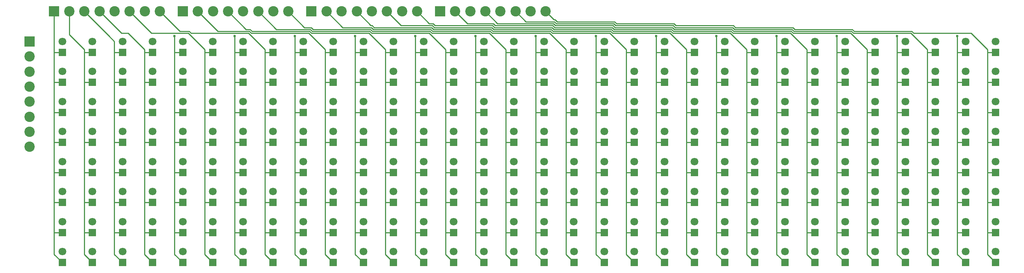
<source format=gbl>
G04 #@! TF.GenerationSoftware,KiCad,Pcbnew,(5.1.10)-1*
G04 #@! TF.CreationDate,2023-12-13T16:58:41-05:00*
G04 #@! TF.ProjectId,LED_Matrix_8x32_v2,4c45445f-4d61-4747-9269-785f38783332,rev?*
G04 #@! TF.SameCoordinates,Original*
G04 #@! TF.FileFunction,Copper,L2,Bot*
G04 #@! TF.FilePolarity,Positive*
%FSLAX46Y46*%
G04 Gerber Fmt 4.6, Leading zero omitted, Abs format (unit mm)*
G04 Created by KiCad (PCBNEW (5.1.10)-1) date 2023-12-13 16:58:41*
%MOMM*%
%LPD*%
G01*
G04 APERTURE LIST*
G04 #@! TA.AperFunction,ComponentPad*
%ADD10R,1.800000X1.800000*%
G04 #@! TD*
G04 #@! TA.AperFunction,ComponentPad*
%ADD11C,1.800000*%
G04 #@! TD*
G04 #@! TA.AperFunction,ComponentPad*
%ADD12C,2.400000*%
G04 #@! TD*
G04 #@! TA.AperFunction,ComponentPad*
%ADD13R,2.400000X2.400000*%
G04 #@! TD*
G04 #@! TA.AperFunction,ViaPad*
%ADD14C,0.600000*%
G04 #@! TD*
G04 #@! TA.AperFunction,Conductor*
%ADD15C,0.250000*%
G04 #@! TD*
G04 APERTURE END LIST*
D10*
G04 #@! TO.P,D256,1*
G04 #@! TO.N,Net-(D249-Pad1)*
X240665000Y-74930000D03*
D11*
G04 #@! TO.P,D256,2*
G04 #@! TO.N,Net-(D104-Pad2)*
X240665000Y-72390000D03*
G04 #@! TD*
D10*
G04 #@! TO.P,D245,1*
G04 #@! TO.N,Net-(D241-Pad1)*
X233680000Y-53975000D03*
D11*
G04 #@! TO.P,D245,2*
G04 #@! TO.N,Net-(D101-Pad2)*
X233680000Y-51435000D03*
G04 #@! TD*
D10*
G04 #@! TO.P,D244,1*
G04 #@! TO.N,Net-(D241-Pad1)*
X233680000Y-46990000D03*
D11*
G04 #@! TO.P,D244,2*
G04 #@! TO.N,Net-(D100-Pad2)*
X233680000Y-44450000D03*
G04 #@! TD*
D10*
G04 #@! TO.P,D253,1*
G04 #@! TO.N,Net-(D249-Pad1)*
X240665000Y-53975000D03*
D11*
G04 #@! TO.P,D253,2*
G04 #@! TO.N,Net-(D101-Pad2)*
X240665000Y-51435000D03*
G04 #@! TD*
D10*
G04 #@! TO.P,D255,1*
G04 #@! TO.N,Net-(D249-Pad1)*
X240665000Y-67945000D03*
D11*
G04 #@! TO.P,D255,2*
G04 #@! TO.N,Net-(D103-Pad2)*
X240665000Y-65405000D03*
G04 #@! TD*
D10*
G04 #@! TO.P,D252,1*
G04 #@! TO.N,Net-(D249-Pad1)*
X240665000Y-46990000D03*
D11*
G04 #@! TO.P,D252,2*
G04 #@! TO.N,Net-(D100-Pad2)*
X240665000Y-44450000D03*
G04 #@! TD*
D10*
G04 #@! TO.P,D246,1*
G04 #@! TO.N,Net-(D241-Pad1)*
X233680000Y-60960000D03*
D11*
G04 #@! TO.P,D246,2*
G04 #@! TO.N,Net-(D102-Pad2)*
X233680000Y-58420000D03*
G04 #@! TD*
D10*
G04 #@! TO.P,D254,1*
G04 #@! TO.N,Net-(D249-Pad1)*
X240665000Y-60960000D03*
D11*
G04 #@! TO.P,D254,2*
G04 #@! TO.N,Net-(D102-Pad2)*
X240665000Y-58420000D03*
G04 #@! TD*
D10*
G04 #@! TO.P,D248,1*
G04 #@! TO.N,Net-(D241-Pad1)*
X233680000Y-74930000D03*
D11*
G04 #@! TO.P,D248,2*
G04 #@! TO.N,Net-(D104-Pad2)*
X233680000Y-72390000D03*
G04 #@! TD*
D10*
G04 #@! TO.P,D247,1*
G04 #@! TO.N,Net-(D241-Pad1)*
X233680000Y-67945000D03*
D11*
G04 #@! TO.P,D247,2*
G04 #@! TO.N,Net-(D103-Pad2)*
X233680000Y-65405000D03*
G04 #@! TD*
D10*
G04 #@! TO.P,D250,1*
G04 #@! TO.N,Net-(D249-Pad1)*
X240665000Y-33020000D03*
D11*
G04 #@! TO.P,D250,2*
G04 #@! TO.N,Net-(D10-Pad2)*
X240665000Y-30480000D03*
G04 #@! TD*
D10*
G04 #@! TO.P,D251,1*
G04 #@! TO.N,Net-(D249-Pad1)*
X240665000Y-40005000D03*
D11*
G04 #@! TO.P,D251,2*
G04 #@! TO.N,Net-(D107-Pad2)*
X240665000Y-37465000D03*
G04 #@! TD*
D10*
G04 #@! TO.P,D134,1*
G04 #@! TO.N,Net-(D129-Pad1)*
X135890000Y-60960000D03*
D11*
G04 #@! TO.P,D134,2*
G04 #@! TO.N,Net-(D102-Pad2)*
X135890000Y-58420000D03*
G04 #@! TD*
D10*
G04 #@! TO.P,D133,1*
G04 #@! TO.N,Net-(D129-Pad1)*
X135890000Y-53975000D03*
D11*
G04 #@! TO.P,D133,2*
G04 #@! TO.N,Net-(D101-Pad2)*
X135890000Y-51435000D03*
G04 #@! TD*
D10*
G04 #@! TO.P,D132,1*
G04 #@! TO.N,Net-(D129-Pad1)*
X135890000Y-46990000D03*
D11*
G04 #@! TO.P,D132,2*
G04 #@! TO.N,Net-(D100-Pad2)*
X135890000Y-44450000D03*
G04 #@! TD*
D10*
G04 #@! TO.P,D131,1*
G04 #@! TO.N,Net-(D129-Pad1)*
X135890000Y-40005000D03*
D11*
G04 #@! TO.P,D131,2*
G04 #@! TO.N,Net-(D107-Pad2)*
X135890000Y-37465000D03*
G04 #@! TD*
D10*
G04 #@! TO.P,D127,1*
G04 #@! TO.N,Net-(D121-Pad1)*
X128905000Y-67945000D03*
D11*
G04 #@! TO.P,D127,2*
G04 #@! TO.N,Net-(D103-Pad2)*
X128905000Y-65405000D03*
G04 #@! TD*
D10*
G04 #@! TO.P,D126,1*
G04 #@! TO.N,Net-(D121-Pad1)*
X128905000Y-60960000D03*
D11*
G04 #@! TO.P,D126,2*
G04 #@! TO.N,Net-(D102-Pad2)*
X128905000Y-58420000D03*
G04 #@! TD*
D10*
G04 #@! TO.P,D135,1*
G04 #@! TO.N,Net-(D129-Pad1)*
X135890000Y-67945000D03*
D11*
G04 #@! TO.P,D135,2*
G04 #@! TO.N,Net-(D103-Pad2)*
X135890000Y-65405000D03*
G04 #@! TD*
D10*
G04 #@! TO.P,D124,1*
G04 #@! TO.N,Net-(D121-Pad1)*
X128905000Y-46990000D03*
D11*
G04 #@! TO.P,D124,2*
G04 #@! TO.N,Net-(D100-Pad2)*
X128905000Y-44450000D03*
G04 #@! TD*
D10*
G04 #@! TO.P,D119,1*
G04 #@! TO.N,Net-(D113-Pad1)*
X121920000Y-67945000D03*
D11*
G04 #@! TO.P,D119,2*
G04 #@! TO.N,Net-(D103-Pad2)*
X121920000Y-65405000D03*
G04 #@! TD*
D10*
G04 #@! TO.P,D122,1*
G04 #@! TO.N,Net-(D121-Pad1)*
X128905000Y-33020000D03*
D11*
G04 #@! TO.P,D122,2*
G04 #@! TO.N,Net-(D10-Pad2)*
X128905000Y-30480000D03*
G04 #@! TD*
D10*
G04 #@! TO.P,D118,1*
G04 #@! TO.N,Net-(D113-Pad1)*
X121920000Y-60960000D03*
D11*
G04 #@! TO.P,D118,2*
G04 #@! TO.N,Net-(D102-Pad2)*
X121920000Y-58420000D03*
G04 #@! TD*
D10*
G04 #@! TO.P,D130,1*
G04 #@! TO.N,Net-(D129-Pad1)*
X135890000Y-33020000D03*
D11*
G04 #@! TO.P,D130,2*
G04 #@! TO.N,Net-(D10-Pad2)*
X135890000Y-30480000D03*
G04 #@! TD*
D10*
G04 #@! TO.P,D120,1*
G04 #@! TO.N,Net-(D113-Pad1)*
X121920000Y-74930000D03*
D11*
G04 #@! TO.P,D120,2*
G04 #@! TO.N,Net-(D104-Pad2)*
X121920000Y-72390000D03*
G04 #@! TD*
D10*
G04 #@! TO.P,D125,1*
G04 #@! TO.N,Net-(D121-Pad1)*
X128905000Y-53975000D03*
D11*
G04 #@! TO.P,D125,2*
G04 #@! TO.N,Net-(D101-Pad2)*
X128905000Y-51435000D03*
G04 #@! TD*
D10*
G04 #@! TO.P,D128,1*
G04 #@! TO.N,Net-(D121-Pad1)*
X128905000Y-74930000D03*
D11*
G04 #@! TO.P,D128,2*
G04 #@! TO.N,Net-(D104-Pad2)*
X128905000Y-72390000D03*
G04 #@! TD*
D10*
G04 #@! TO.P,D123,1*
G04 #@! TO.N,Net-(D121-Pad1)*
X128905000Y-40005000D03*
D11*
G04 #@! TO.P,D123,2*
G04 #@! TO.N,Net-(D107-Pad2)*
X128905000Y-37465000D03*
G04 #@! TD*
D10*
G04 #@! TO.P,D158,1*
G04 #@! TO.N,Net-(D153-Pad1)*
X156845000Y-60960000D03*
D11*
G04 #@! TO.P,D158,2*
G04 #@! TO.N,Net-(D102-Pad2)*
X156845000Y-58420000D03*
G04 #@! TD*
D10*
G04 #@! TO.P,D157,1*
G04 #@! TO.N,Net-(D153-Pad1)*
X156845000Y-53975000D03*
D11*
G04 #@! TO.P,D157,2*
G04 #@! TO.N,Net-(D101-Pad2)*
X156845000Y-51435000D03*
G04 #@! TD*
D10*
G04 #@! TO.P,D163,1*
G04 #@! TO.N,Net-(D161-Pad1)*
X163830000Y-40005000D03*
D11*
G04 #@! TO.P,D163,2*
G04 #@! TO.N,Net-(D107-Pad2)*
X163830000Y-37465000D03*
G04 #@! TD*
D10*
G04 #@! TO.P,D168,1*
G04 #@! TO.N,Net-(D161-Pad1)*
X163830000Y-74930000D03*
D11*
G04 #@! TO.P,D168,2*
G04 #@! TO.N,Net-(D104-Pad2)*
X163830000Y-72390000D03*
G04 #@! TD*
D10*
G04 #@! TO.P,D156,1*
G04 #@! TO.N,Net-(D153-Pad1)*
X156845000Y-46990000D03*
D11*
G04 #@! TO.P,D156,2*
G04 #@! TO.N,Net-(D100-Pad2)*
X156845000Y-44450000D03*
G04 #@! TD*
D10*
G04 #@! TO.P,D171,1*
G04 #@! TO.N,Net-(D169-Pad1)*
X170815000Y-40005000D03*
D11*
G04 #@! TO.P,D171,2*
G04 #@! TO.N,Net-(D107-Pad2)*
X170815000Y-37465000D03*
G04 #@! TD*
D10*
G04 #@! TO.P,D167,1*
G04 #@! TO.N,Net-(D161-Pad1)*
X163830000Y-67945000D03*
D11*
G04 #@! TO.P,D167,2*
G04 #@! TO.N,Net-(D103-Pad2)*
X163830000Y-65405000D03*
G04 #@! TD*
D10*
G04 #@! TO.P,D160,1*
G04 #@! TO.N,Net-(D153-Pad1)*
X156845000Y-74930000D03*
D11*
G04 #@! TO.P,D160,2*
G04 #@! TO.N,Net-(D104-Pad2)*
X156845000Y-72390000D03*
G04 #@! TD*
D10*
G04 #@! TO.P,D166,1*
G04 #@! TO.N,Net-(D161-Pad1)*
X163830000Y-60960000D03*
D11*
G04 #@! TO.P,D166,2*
G04 #@! TO.N,Net-(D102-Pad2)*
X163830000Y-58420000D03*
G04 #@! TD*
D10*
G04 #@! TO.P,D162,1*
G04 #@! TO.N,Net-(D161-Pad1)*
X163830000Y-33020000D03*
D11*
G04 #@! TO.P,D162,2*
G04 #@! TO.N,Net-(D10-Pad2)*
X163830000Y-30480000D03*
G04 #@! TD*
D10*
G04 #@! TO.P,D159,1*
G04 #@! TO.N,Net-(D153-Pad1)*
X156845000Y-67945000D03*
D11*
G04 #@! TO.P,D159,2*
G04 #@! TO.N,Net-(D103-Pad2)*
X156845000Y-65405000D03*
G04 #@! TD*
D10*
G04 #@! TO.P,D155,1*
G04 #@! TO.N,Net-(D153-Pad1)*
X156845000Y-40005000D03*
D11*
G04 #@! TO.P,D155,2*
G04 #@! TO.N,Net-(D107-Pad2)*
X156845000Y-37465000D03*
G04 #@! TD*
D10*
G04 #@! TO.P,D154,1*
G04 #@! TO.N,Net-(D153-Pad1)*
X156845000Y-33020000D03*
D11*
G04 #@! TO.P,D154,2*
G04 #@! TO.N,Net-(D10-Pad2)*
X156845000Y-30480000D03*
G04 #@! TD*
D10*
G04 #@! TO.P,D164,1*
G04 #@! TO.N,Net-(D161-Pad1)*
X163830000Y-46990000D03*
D11*
G04 #@! TO.P,D164,2*
G04 #@! TO.N,Net-(D100-Pad2)*
X163830000Y-44450000D03*
G04 #@! TD*
D10*
G04 #@! TO.P,D165,1*
G04 #@! TO.N,Net-(D161-Pad1)*
X163830000Y-53975000D03*
D11*
G04 #@! TO.P,D165,2*
G04 #@! TO.N,Net-(D101-Pad2)*
X163830000Y-51435000D03*
G04 #@! TD*
D10*
G04 #@! TO.P,D170,1*
G04 #@! TO.N,Net-(D169-Pad1)*
X170815000Y-33020000D03*
D11*
G04 #@! TO.P,D170,2*
G04 #@! TO.N,Net-(D10-Pad2)*
X170815000Y-30480000D03*
G04 #@! TD*
D10*
G04 #@! TO.P,D141,1*
G04 #@! TO.N,Net-(D137-Pad1)*
X142875000Y-53975000D03*
D11*
G04 #@! TO.P,D141,2*
G04 #@! TO.N,Net-(D101-Pad2)*
X142875000Y-51435000D03*
G04 #@! TD*
D10*
G04 #@! TO.P,D152,1*
G04 #@! TO.N,Net-(D145-Pad1)*
X149860000Y-74930000D03*
D11*
G04 #@! TO.P,D152,2*
G04 #@! TO.N,Net-(D104-Pad2)*
X149860000Y-72390000D03*
G04 #@! TD*
D10*
G04 #@! TO.P,D140,1*
G04 #@! TO.N,Net-(D137-Pad1)*
X142875000Y-46990000D03*
D11*
G04 #@! TO.P,D140,2*
G04 #@! TO.N,Net-(D100-Pad2)*
X142875000Y-44450000D03*
G04 #@! TD*
D10*
G04 #@! TO.P,D139,1*
G04 #@! TO.N,Net-(D137-Pad1)*
X142875000Y-40005000D03*
D11*
G04 #@! TO.P,D139,2*
G04 #@! TO.N,Net-(D107-Pad2)*
X142875000Y-37465000D03*
G04 #@! TD*
D10*
G04 #@! TO.P,D147,1*
G04 #@! TO.N,Net-(D145-Pad1)*
X149860000Y-40005000D03*
D11*
G04 #@! TO.P,D147,2*
G04 #@! TO.N,Net-(D107-Pad2)*
X149860000Y-37465000D03*
G04 #@! TD*
D10*
G04 #@! TO.P,D149,1*
G04 #@! TO.N,Net-(D145-Pad1)*
X149860000Y-53975000D03*
D11*
G04 #@! TO.P,D149,2*
G04 #@! TO.N,Net-(D101-Pad2)*
X149860000Y-51435000D03*
G04 #@! TD*
D10*
G04 #@! TO.P,D138,1*
G04 #@! TO.N,Net-(D137-Pad1)*
X142875000Y-33020000D03*
D11*
G04 #@! TO.P,D138,2*
G04 #@! TO.N,Net-(D10-Pad2)*
X142875000Y-30480000D03*
G04 #@! TD*
D10*
G04 #@! TO.P,D136,1*
G04 #@! TO.N,Net-(D129-Pad1)*
X135890000Y-74930000D03*
D11*
G04 #@! TO.P,D136,2*
G04 #@! TO.N,Net-(D104-Pad2)*
X135890000Y-72390000D03*
G04 #@! TD*
D10*
G04 #@! TO.P,D150,1*
G04 #@! TO.N,Net-(D145-Pad1)*
X149860000Y-60960000D03*
D11*
G04 #@! TO.P,D150,2*
G04 #@! TO.N,Net-(D102-Pad2)*
X149860000Y-58420000D03*
G04 #@! TD*
D10*
G04 #@! TO.P,D148,1*
G04 #@! TO.N,Net-(D145-Pad1)*
X149860000Y-46990000D03*
D11*
G04 #@! TO.P,D148,2*
G04 #@! TO.N,Net-(D100-Pad2)*
X149860000Y-44450000D03*
G04 #@! TD*
D10*
G04 #@! TO.P,D146,1*
G04 #@! TO.N,Net-(D145-Pad1)*
X149860000Y-33020000D03*
D11*
G04 #@! TO.P,D146,2*
G04 #@! TO.N,Net-(D10-Pad2)*
X149860000Y-30480000D03*
G04 #@! TD*
D10*
G04 #@! TO.P,D144,1*
G04 #@! TO.N,Net-(D137-Pad1)*
X142875000Y-74930000D03*
D11*
G04 #@! TO.P,D144,2*
G04 #@! TO.N,Net-(D104-Pad2)*
X142875000Y-72390000D03*
G04 #@! TD*
D10*
G04 #@! TO.P,D143,1*
G04 #@! TO.N,Net-(D137-Pad1)*
X142769000Y-67945000D03*
D11*
G04 #@! TO.P,D143,2*
G04 #@! TO.N,Net-(D103-Pad2)*
X142769000Y-65405000D03*
G04 #@! TD*
D10*
G04 #@! TO.P,D142,1*
G04 #@! TO.N,Net-(D137-Pad1)*
X142875000Y-60960000D03*
D11*
G04 #@! TO.P,D142,2*
G04 #@! TO.N,Net-(D102-Pad2)*
X142875000Y-58420000D03*
G04 #@! TD*
D10*
G04 #@! TO.P,D151,1*
G04 #@! TO.N,Net-(D145-Pad1)*
X149860000Y-67945000D03*
D11*
G04 #@! TO.P,D151,2*
G04 #@! TO.N,Net-(D103-Pad2)*
X149860000Y-65405000D03*
G04 #@! TD*
D10*
G04 #@! TO.P,D183,1*
G04 #@! TO.N,Net-(D177-Pad1)*
X177800000Y-67945000D03*
D11*
G04 #@! TO.P,D183,2*
G04 #@! TO.N,Net-(D103-Pad2)*
X177800000Y-65405000D03*
G04 #@! TD*
D10*
G04 #@! TO.P,D189,1*
G04 #@! TO.N,Net-(D185-Pad1)*
X184785000Y-53975000D03*
D11*
G04 #@! TO.P,D189,2*
G04 #@! TO.N,Net-(D101-Pad2)*
X184785000Y-51435000D03*
G04 #@! TD*
D10*
G04 #@! TO.P,D188,1*
G04 #@! TO.N,Net-(D185-Pad1)*
X184785000Y-46990000D03*
D11*
G04 #@! TO.P,D188,2*
G04 #@! TO.N,Net-(D100-Pad2)*
X184785000Y-44450000D03*
G04 #@! TD*
D10*
G04 #@! TO.P,D182,1*
G04 #@! TO.N,Net-(D177-Pad1)*
X177800000Y-60960000D03*
D11*
G04 #@! TO.P,D182,2*
G04 #@! TO.N,Net-(D102-Pad2)*
X177800000Y-58420000D03*
G04 #@! TD*
D10*
G04 #@! TO.P,D181,1*
G04 #@! TO.N,Net-(D177-Pad1)*
X177800000Y-53975000D03*
D11*
G04 #@! TO.P,D181,2*
G04 #@! TO.N,Net-(D101-Pad2)*
X177800000Y-51435000D03*
G04 #@! TD*
D10*
G04 #@! TO.P,D187,1*
G04 #@! TO.N,Net-(D185-Pad1)*
X184785000Y-40005000D03*
D11*
G04 #@! TO.P,D187,2*
G04 #@! TO.N,Net-(D107-Pad2)*
X184785000Y-37465000D03*
G04 #@! TD*
D10*
G04 #@! TO.P,D180,1*
G04 #@! TO.N,Net-(D177-Pad1)*
X177800000Y-46990000D03*
D11*
G04 #@! TO.P,D180,2*
G04 #@! TO.N,Net-(D100-Pad2)*
X177800000Y-44450000D03*
G04 #@! TD*
D10*
G04 #@! TO.P,D179,1*
G04 #@! TO.N,Net-(D177-Pad1)*
X177800000Y-40005000D03*
D11*
G04 #@! TO.P,D179,2*
G04 #@! TO.N,Net-(D107-Pad2)*
X177800000Y-37465000D03*
G04 #@! TD*
D10*
G04 #@! TO.P,D178,1*
G04 #@! TO.N,Net-(D177-Pad1)*
X177800000Y-33020000D03*
D11*
G04 #@! TO.P,D178,2*
G04 #@! TO.N,Net-(D10-Pad2)*
X177800000Y-30480000D03*
G04 #@! TD*
D10*
G04 #@! TO.P,D176,1*
G04 #@! TO.N,Net-(D169-Pad1)*
X170815000Y-74930000D03*
D11*
G04 #@! TO.P,D176,2*
G04 #@! TO.N,Net-(D104-Pad2)*
X170815000Y-72390000D03*
G04 #@! TD*
D10*
G04 #@! TO.P,D175,1*
G04 #@! TO.N,Net-(D169-Pad1)*
X170815000Y-67945000D03*
D11*
G04 #@! TO.P,D175,2*
G04 #@! TO.N,Net-(D103-Pad2)*
X170815000Y-65405000D03*
G04 #@! TD*
D10*
G04 #@! TO.P,D174,1*
G04 #@! TO.N,Net-(D169-Pad1)*
X170815000Y-60960000D03*
D11*
G04 #@! TO.P,D174,2*
G04 #@! TO.N,Net-(D102-Pad2)*
X170815000Y-58420000D03*
G04 #@! TD*
D10*
G04 #@! TO.P,D173,1*
G04 #@! TO.N,Net-(D169-Pad1)*
X170815000Y-53975000D03*
D11*
G04 #@! TO.P,D173,2*
G04 #@! TO.N,Net-(D101-Pad2)*
X170815000Y-51435000D03*
G04 #@! TD*
D10*
G04 #@! TO.P,D172,1*
G04 #@! TO.N,Net-(D169-Pad1)*
X170815000Y-46990000D03*
D11*
G04 #@! TO.P,D172,2*
G04 #@! TO.N,Net-(D100-Pad2)*
X170815000Y-44450000D03*
G04 #@! TD*
D10*
G04 #@! TO.P,D186,1*
G04 #@! TO.N,Net-(D185-Pad1)*
X184785000Y-33020000D03*
D11*
G04 #@! TO.P,D186,2*
G04 #@! TO.N,Net-(D10-Pad2)*
X184785000Y-30480000D03*
G04 #@! TD*
D10*
G04 #@! TO.P,D184,1*
G04 #@! TO.N,Net-(D177-Pad1)*
X177800000Y-74930000D03*
D11*
G04 #@! TO.P,D184,2*
G04 #@! TO.N,Net-(D104-Pad2)*
X177800000Y-72390000D03*
G04 #@! TD*
D10*
G04 #@! TO.P,D92,1*
G04 #@! TO.N,Net-(D89-Pad1)*
X100965000Y-46990000D03*
D11*
G04 #@! TO.P,D92,2*
G04 #@! TO.N,Net-(D100-Pad2)*
X100965000Y-44450000D03*
G04 #@! TD*
D10*
G04 #@! TO.P,D115,1*
G04 #@! TO.N,Net-(D113-Pad1)*
X121920000Y-40005000D03*
D11*
G04 #@! TO.P,D115,2*
G04 #@! TO.N,Net-(D107-Pad2)*
X121920000Y-37465000D03*
G04 #@! TD*
D10*
G04 #@! TO.P,D87,1*
G04 #@! TO.N,Net-(D81-Pad1)*
X93980000Y-67945000D03*
D11*
G04 #@! TO.P,D87,2*
G04 #@! TO.N,Net-(D103-Pad2)*
X93980000Y-65405000D03*
G04 #@! TD*
D10*
G04 #@! TO.P,D86,1*
G04 #@! TO.N,Net-(D81-Pad1)*
X93980000Y-60960000D03*
D11*
G04 #@! TO.P,D86,2*
G04 #@! TO.N,Net-(D102-Pad2)*
X93980000Y-58420000D03*
G04 #@! TD*
D10*
G04 #@! TO.P,D108,1*
G04 #@! TO.N,Net-(D105-Pad1)*
X114935000Y-46990000D03*
D11*
G04 #@! TO.P,D108,2*
G04 #@! TO.N,Net-(D100-Pad2)*
X114935000Y-44450000D03*
G04 #@! TD*
D10*
G04 #@! TO.P,D84,1*
G04 #@! TO.N,Net-(D81-Pad1)*
X93980000Y-46990000D03*
D11*
G04 #@! TO.P,D84,2*
G04 #@! TO.N,Net-(D100-Pad2)*
X93980000Y-44450000D03*
G04 #@! TD*
D10*
G04 #@! TO.P,D111,1*
G04 #@! TO.N,Net-(D105-Pad1)*
X114935000Y-67945000D03*
D11*
G04 #@! TO.P,D111,2*
G04 #@! TO.N,Net-(D103-Pad2)*
X114935000Y-65405000D03*
G04 #@! TD*
D10*
G04 #@! TO.P,D106,1*
G04 #@! TO.N,Net-(D105-Pad1)*
X114935000Y-33020000D03*
D11*
G04 #@! TO.P,D106,2*
G04 #@! TO.N,Net-(D10-Pad2)*
X114935000Y-30480000D03*
G04 #@! TD*
D10*
G04 #@! TO.P,D98,1*
G04 #@! TO.N,Net-(D100-Pad1)*
X107950000Y-33020000D03*
D11*
G04 #@! TO.P,D98,2*
G04 #@! TO.N,Net-(D10-Pad2)*
X107950000Y-30480000D03*
G04 #@! TD*
D10*
G04 #@! TO.P,D90,1*
G04 #@! TO.N,Net-(D89-Pad1)*
X100965000Y-33020000D03*
D11*
G04 #@! TO.P,D90,2*
G04 #@! TO.N,Net-(D10-Pad2)*
X100965000Y-30480000D03*
G04 #@! TD*
D10*
G04 #@! TO.P,D93,1*
G04 #@! TO.N,Net-(D89-Pad1)*
X100965000Y-53975000D03*
D11*
G04 #@! TO.P,D93,2*
G04 #@! TO.N,Net-(D101-Pad2)*
X100965000Y-51435000D03*
G04 #@! TD*
D10*
G04 #@! TO.P,D104,1*
G04 #@! TO.N,Net-(D100-Pad1)*
X107950000Y-74930000D03*
D11*
G04 #@! TO.P,D104,2*
G04 #@! TO.N,Net-(D104-Pad2)*
X107950000Y-72390000D03*
G04 #@! TD*
D10*
G04 #@! TO.P,D110,1*
G04 #@! TO.N,Net-(D105-Pad1)*
X114935000Y-60960000D03*
D11*
G04 #@! TO.P,D110,2*
G04 #@! TO.N,Net-(D102-Pad2)*
X114935000Y-58420000D03*
G04 #@! TD*
D10*
G04 #@! TO.P,D102,1*
G04 #@! TO.N,Net-(D100-Pad1)*
X107950000Y-60960000D03*
D11*
G04 #@! TO.P,D102,2*
G04 #@! TO.N,Net-(D102-Pad2)*
X107950000Y-58420000D03*
G04 #@! TD*
D10*
G04 #@! TO.P,D101,1*
G04 #@! TO.N,Net-(D100-Pad1)*
X107950000Y-53975000D03*
D11*
G04 #@! TO.P,D101,2*
G04 #@! TO.N,Net-(D101-Pad2)*
X107950000Y-51435000D03*
G04 #@! TD*
D10*
G04 #@! TO.P,D117,1*
G04 #@! TO.N,Net-(D113-Pad1)*
X121920000Y-53975000D03*
D11*
G04 #@! TO.P,D117,2*
G04 #@! TO.N,Net-(D101-Pad2)*
X121920000Y-51435000D03*
G04 #@! TD*
D10*
G04 #@! TO.P,D107,1*
G04 #@! TO.N,Net-(D105-Pad1)*
X114935000Y-40005000D03*
D11*
G04 #@! TO.P,D107,2*
G04 #@! TO.N,Net-(D107-Pad2)*
X114935000Y-37465000D03*
G04 #@! TD*
D10*
G04 #@! TO.P,D85,1*
G04 #@! TO.N,Net-(D81-Pad1)*
X93980000Y-53975000D03*
D11*
G04 #@! TO.P,D85,2*
G04 #@! TO.N,Net-(D101-Pad2)*
X93980000Y-51435000D03*
G04 #@! TD*
D10*
G04 #@! TO.P,D83,1*
G04 #@! TO.N,Net-(D81-Pad1)*
X93980000Y-40005000D03*
D11*
G04 #@! TO.P,D83,2*
G04 #@! TO.N,Net-(D107-Pad2)*
X93980000Y-37465000D03*
G04 #@! TD*
D10*
G04 #@! TO.P,D82,1*
G04 #@! TO.N,Net-(D81-Pad1)*
X93980000Y-33020000D03*
D11*
G04 #@! TO.P,D82,2*
G04 #@! TO.N,Net-(D10-Pad2)*
X93980000Y-30480000D03*
G04 #@! TD*
D10*
G04 #@! TO.P,D116,1*
G04 #@! TO.N,Net-(D113-Pad1)*
X121920000Y-46990000D03*
D11*
G04 #@! TO.P,D116,2*
G04 #@! TO.N,Net-(D100-Pad2)*
X121920000Y-44450000D03*
G04 #@! TD*
D10*
G04 #@! TO.P,D100,1*
G04 #@! TO.N,Net-(D100-Pad1)*
X107950000Y-46990000D03*
D11*
G04 #@! TO.P,D100,2*
G04 #@! TO.N,Net-(D100-Pad2)*
X107950000Y-44450000D03*
G04 #@! TD*
D10*
G04 #@! TO.P,D96,1*
G04 #@! TO.N,Net-(D89-Pad1)*
X100965000Y-74930000D03*
D11*
G04 #@! TO.P,D96,2*
G04 #@! TO.N,Net-(D104-Pad2)*
X100965000Y-72390000D03*
G04 #@! TD*
D10*
G04 #@! TO.P,D94,1*
G04 #@! TO.N,Net-(D89-Pad1)*
X100965000Y-60960000D03*
D11*
G04 #@! TO.P,D94,2*
G04 #@! TO.N,Net-(D102-Pad2)*
X100965000Y-58420000D03*
G04 #@! TD*
D10*
G04 #@! TO.P,D95,1*
G04 #@! TO.N,Net-(D89-Pad1)*
X100965000Y-67945000D03*
D11*
G04 #@! TO.P,D95,2*
G04 #@! TO.N,Net-(D103-Pad2)*
X100965000Y-65405000D03*
G04 #@! TD*
D10*
G04 #@! TO.P,D114,1*
G04 #@! TO.N,Net-(D113-Pad1)*
X121920000Y-33020000D03*
D11*
G04 #@! TO.P,D114,2*
G04 #@! TO.N,Net-(D10-Pad2)*
X121920000Y-30480000D03*
G04 #@! TD*
D10*
G04 #@! TO.P,D91,1*
G04 #@! TO.N,Net-(D89-Pad1)*
X100965000Y-40005000D03*
D11*
G04 #@! TO.P,D91,2*
G04 #@! TO.N,Net-(D107-Pad2)*
X100965000Y-37465000D03*
G04 #@! TD*
D10*
G04 #@! TO.P,D112,1*
G04 #@! TO.N,Net-(D105-Pad1)*
X114935000Y-74930000D03*
D11*
G04 #@! TO.P,D112,2*
G04 #@! TO.N,Net-(D104-Pad2)*
X114935000Y-72390000D03*
G04 #@! TD*
D10*
G04 #@! TO.P,D109,1*
G04 #@! TO.N,Net-(D105-Pad1)*
X114935000Y-53975000D03*
D11*
G04 #@! TO.P,D109,2*
G04 #@! TO.N,Net-(D101-Pad2)*
X114935000Y-51435000D03*
G04 #@! TD*
D10*
G04 #@! TO.P,D103,1*
G04 #@! TO.N,Net-(D100-Pad1)*
X107950000Y-67945000D03*
D11*
G04 #@! TO.P,D103,2*
G04 #@! TO.N,Net-(D103-Pad2)*
X107950000Y-65405000D03*
G04 #@! TD*
D10*
G04 #@! TO.P,D99,1*
G04 #@! TO.N,Net-(D100-Pad1)*
X107950000Y-40005000D03*
D11*
G04 #@! TO.P,D99,2*
G04 #@! TO.N,Net-(D107-Pad2)*
X107950000Y-37465000D03*
G04 #@! TD*
D10*
G04 #@! TO.P,D88,1*
G04 #@! TO.N,Net-(D81-Pad1)*
X93980000Y-74930000D03*
D11*
G04 #@! TO.P,D88,2*
G04 #@! TO.N,Net-(D104-Pad2)*
X93980000Y-72390000D03*
G04 #@! TD*
D10*
G04 #@! TO.P,D203,1*
G04 #@! TO.N,Net-(D201-Pad1)*
X198755000Y-40005000D03*
D11*
G04 #@! TO.P,D203,2*
G04 #@! TO.N,Net-(D107-Pad2)*
X198755000Y-37465000D03*
G04 #@! TD*
D10*
G04 #@! TO.P,D204,1*
G04 #@! TO.N,Net-(D201-Pad1)*
X198755000Y-46990000D03*
D11*
G04 #@! TO.P,D204,2*
G04 #@! TO.N,Net-(D100-Pad2)*
X198755000Y-44450000D03*
G04 #@! TD*
D10*
G04 #@! TO.P,D200,1*
G04 #@! TO.N,Net-(D193-Pad1)*
X191770000Y-74930000D03*
D11*
G04 #@! TO.P,D200,2*
G04 #@! TO.N,Net-(D104-Pad2)*
X191770000Y-72390000D03*
G04 #@! TD*
D10*
G04 #@! TO.P,D206,1*
G04 #@! TO.N,Net-(D201-Pad1)*
X198755000Y-60960000D03*
D11*
G04 #@! TO.P,D206,2*
G04 #@! TO.N,Net-(D102-Pad2)*
X198755000Y-58420000D03*
G04 #@! TD*
D10*
G04 #@! TO.P,D205,1*
G04 #@! TO.N,Net-(D201-Pad1)*
X198755000Y-53975000D03*
D11*
G04 #@! TO.P,D205,2*
G04 #@! TO.N,Net-(D101-Pad2)*
X198755000Y-51435000D03*
G04 #@! TD*
D10*
G04 #@! TO.P,D198,1*
G04 #@! TO.N,Net-(D193-Pad1)*
X191770000Y-60960000D03*
D11*
G04 #@! TO.P,D198,2*
G04 #@! TO.N,Net-(D102-Pad2)*
X191770000Y-58420000D03*
G04 #@! TD*
D10*
G04 #@! TO.P,D192,1*
G04 #@! TO.N,Net-(D185-Pad1)*
X184785000Y-74930000D03*
D11*
G04 #@! TO.P,D192,2*
G04 #@! TO.N,Net-(D104-Pad2)*
X184785000Y-72390000D03*
G04 #@! TD*
D10*
G04 #@! TO.P,D191,1*
G04 #@! TO.N,Net-(D185-Pad1)*
X184785000Y-67945000D03*
D11*
G04 #@! TO.P,D191,2*
G04 #@! TO.N,Net-(D103-Pad2)*
X184785000Y-65405000D03*
G04 #@! TD*
D10*
G04 #@! TO.P,D202,1*
G04 #@! TO.N,Net-(D201-Pad1)*
X198755000Y-33020000D03*
D11*
G04 #@! TO.P,D202,2*
G04 #@! TO.N,Net-(D10-Pad2)*
X198755000Y-30480000D03*
G04 #@! TD*
D10*
G04 #@! TO.P,D190,1*
G04 #@! TO.N,Net-(D185-Pad1)*
X184785000Y-60960000D03*
D11*
G04 #@! TO.P,D190,2*
G04 #@! TO.N,Net-(D102-Pad2)*
X184785000Y-58420000D03*
G04 #@! TD*
D10*
G04 #@! TO.P,D199,1*
G04 #@! TO.N,Net-(D193-Pad1)*
X191770000Y-67945000D03*
D11*
G04 #@! TO.P,D199,2*
G04 #@! TO.N,Net-(D103-Pad2)*
X191770000Y-65405000D03*
G04 #@! TD*
D10*
G04 #@! TO.P,D197,1*
G04 #@! TO.N,Net-(D193-Pad1)*
X191770000Y-53975000D03*
D11*
G04 #@! TO.P,D197,2*
G04 #@! TO.N,Net-(D101-Pad2)*
X191770000Y-51435000D03*
G04 #@! TD*
D10*
G04 #@! TO.P,D196,1*
G04 #@! TO.N,Net-(D193-Pad1)*
X191770000Y-46990000D03*
D11*
G04 #@! TO.P,D196,2*
G04 #@! TO.N,Net-(D100-Pad2)*
X191770000Y-44450000D03*
G04 #@! TD*
D10*
G04 #@! TO.P,D195,1*
G04 #@! TO.N,Net-(D193-Pad1)*
X191770000Y-40005000D03*
D11*
G04 #@! TO.P,D195,2*
G04 #@! TO.N,Net-(D107-Pad2)*
X191770000Y-37465000D03*
G04 #@! TD*
D10*
G04 #@! TO.P,D194,1*
G04 #@! TO.N,Net-(D193-Pad1)*
X191770000Y-33020000D03*
D11*
G04 #@! TO.P,D194,2*
G04 #@! TO.N,Net-(D10-Pad2)*
X191770000Y-30480000D03*
G04 #@! TD*
D10*
G04 #@! TO.P,D207,1*
G04 #@! TO.N,Net-(D201-Pad1)*
X198755000Y-67945000D03*
D11*
G04 #@! TO.P,D207,2*
G04 #@! TO.N,Net-(D103-Pad2)*
X198755000Y-65405000D03*
G04 #@! TD*
D10*
G04 #@! TO.P,D61,1*
G04 #@! TO.N,Net-(D57-Pad1)*
X73025000Y-53975000D03*
D11*
G04 #@! TO.P,D61,2*
G04 #@! TO.N,Net-(D101-Pad2)*
X73025000Y-51435000D03*
G04 #@! TD*
D10*
G04 #@! TO.P,D66,1*
G04 #@! TO.N,Net-(D65-Pad1)*
X80010000Y-33020000D03*
D11*
G04 #@! TO.P,D66,2*
G04 #@! TO.N,Net-(D10-Pad2)*
X80010000Y-30480000D03*
G04 #@! TD*
D10*
G04 #@! TO.P,D54,1*
G04 #@! TO.N,Net-(D49-Pad1)*
X66040000Y-60960000D03*
D11*
G04 #@! TO.P,D54,2*
G04 #@! TO.N,Net-(D102-Pad2)*
X66040000Y-58420000D03*
G04 #@! TD*
D10*
G04 #@! TO.P,D53,1*
G04 #@! TO.N,Net-(D49-Pad1)*
X66040000Y-53975000D03*
D11*
G04 #@! TO.P,D53,2*
G04 #@! TO.N,Net-(D101-Pad2)*
X66040000Y-51435000D03*
G04 #@! TD*
D10*
G04 #@! TO.P,D58,1*
G04 #@! TO.N,Net-(D57-Pad1)*
X73025000Y-33020000D03*
D11*
G04 #@! TO.P,D58,2*
G04 #@! TO.N,Net-(D10-Pad2)*
X73025000Y-30480000D03*
G04 #@! TD*
D10*
G04 #@! TO.P,D51,1*
G04 #@! TO.N,Net-(D49-Pad1)*
X66040000Y-40005000D03*
D11*
G04 #@! TO.P,D51,2*
G04 #@! TO.N,Net-(D107-Pad2)*
X66040000Y-37465000D03*
G04 #@! TD*
D10*
G04 #@! TO.P,D64,1*
G04 #@! TO.N,Net-(D57-Pad1)*
X73025000Y-74930000D03*
D11*
G04 #@! TO.P,D64,2*
G04 #@! TO.N,Net-(D104-Pad2)*
X73025000Y-72390000D03*
G04 #@! TD*
D10*
G04 #@! TO.P,D74,1*
G04 #@! TO.N,Net-(D73-Pad1)*
X86995000Y-33020000D03*
D11*
G04 #@! TO.P,D74,2*
G04 #@! TO.N,Net-(D10-Pad2)*
X86995000Y-30480000D03*
G04 #@! TD*
D10*
G04 #@! TO.P,D67,1*
G04 #@! TO.N,Net-(D65-Pad1)*
X80010000Y-40005000D03*
D11*
G04 #@! TO.P,D67,2*
G04 #@! TO.N,Net-(D107-Pad2)*
X80010000Y-37465000D03*
G04 #@! TD*
D10*
G04 #@! TO.P,D80,1*
G04 #@! TO.N,Net-(D73-Pad1)*
X86995000Y-74930000D03*
D11*
G04 #@! TO.P,D80,2*
G04 #@! TO.N,Net-(D104-Pad2)*
X86995000Y-72390000D03*
G04 #@! TD*
D10*
G04 #@! TO.P,D77,1*
G04 #@! TO.N,Net-(D73-Pad1)*
X86995000Y-53975000D03*
D11*
G04 #@! TO.P,D77,2*
G04 #@! TO.N,Net-(D101-Pad2)*
X86995000Y-51435000D03*
G04 #@! TD*
D10*
G04 #@! TO.P,D72,1*
G04 #@! TO.N,Net-(D65-Pad1)*
X80010000Y-74930000D03*
D11*
G04 #@! TO.P,D72,2*
G04 #@! TO.N,Net-(D104-Pad2)*
X80010000Y-72390000D03*
G04 #@! TD*
D10*
G04 #@! TO.P,D55,1*
G04 #@! TO.N,Net-(D49-Pad1)*
X66040000Y-67945000D03*
D11*
G04 #@! TO.P,D55,2*
G04 #@! TO.N,Net-(D103-Pad2)*
X66040000Y-65405000D03*
G04 #@! TD*
D10*
G04 #@! TO.P,D70,1*
G04 #@! TO.N,Net-(D65-Pad1)*
X80010000Y-60960000D03*
D11*
G04 #@! TO.P,D70,2*
G04 #@! TO.N,Net-(D102-Pad2)*
X80010000Y-58420000D03*
G04 #@! TD*
D10*
G04 #@! TO.P,D56,1*
G04 #@! TO.N,Net-(D49-Pad1)*
X66040000Y-74930000D03*
D11*
G04 #@! TO.P,D56,2*
G04 #@! TO.N,Net-(D104-Pad2)*
X66040000Y-72390000D03*
G04 #@! TD*
D10*
G04 #@! TO.P,D52,1*
G04 #@! TO.N,Net-(D49-Pad1)*
X66040000Y-46990000D03*
D11*
G04 #@! TO.P,D52,2*
G04 #@! TO.N,Net-(D100-Pad2)*
X66040000Y-44450000D03*
G04 #@! TD*
D10*
G04 #@! TO.P,D50,1*
G04 #@! TO.N,Net-(D49-Pad1)*
X66040000Y-33020000D03*
D11*
G04 #@! TO.P,D50,2*
G04 #@! TO.N,Net-(D10-Pad2)*
X66040000Y-30480000D03*
G04 #@! TD*
D10*
G04 #@! TO.P,D75,1*
G04 #@! TO.N,Net-(D73-Pad1)*
X86995000Y-40005000D03*
D11*
G04 #@! TO.P,D75,2*
G04 #@! TO.N,Net-(D107-Pad2)*
X86995000Y-37465000D03*
G04 #@! TD*
D10*
G04 #@! TO.P,D62,1*
G04 #@! TO.N,Net-(D57-Pad1)*
X73025000Y-60960000D03*
D11*
G04 #@! TO.P,D62,2*
G04 #@! TO.N,Net-(D102-Pad2)*
X73025000Y-58420000D03*
G04 #@! TD*
D10*
G04 #@! TO.P,D78,1*
G04 #@! TO.N,Net-(D73-Pad1)*
X86995000Y-60960000D03*
D11*
G04 #@! TO.P,D78,2*
G04 #@! TO.N,Net-(D102-Pad2)*
X86995000Y-58420000D03*
G04 #@! TD*
D10*
G04 #@! TO.P,D60,1*
G04 #@! TO.N,Net-(D57-Pad1)*
X73025000Y-46990000D03*
D11*
G04 #@! TO.P,D60,2*
G04 #@! TO.N,Net-(D100-Pad2)*
X73025000Y-44450000D03*
G04 #@! TD*
D10*
G04 #@! TO.P,D76,1*
G04 #@! TO.N,Net-(D73-Pad1)*
X86995000Y-46990000D03*
D11*
G04 #@! TO.P,D76,2*
G04 #@! TO.N,Net-(D100-Pad2)*
X86995000Y-44450000D03*
G04 #@! TD*
D10*
G04 #@! TO.P,D69,1*
G04 #@! TO.N,Net-(D65-Pad1)*
X80010000Y-53975000D03*
D11*
G04 #@! TO.P,D69,2*
G04 #@! TO.N,Net-(D101-Pad2)*
X80010000Y-51435000D03*
G04 #@! TD*
D10*
G04 #@! TO.P,D63,1*
G04 #@! TO.N,Net-(D57-Pad1)*
X73025000Y-67945000D03*
D11*
G04 #@! TO.P,D63,2*
G04 #@! TO.N,Net-(D103-Pad2)*
X73025000Y-65405000D03*
G04 #@! TD*
D10*
G04 #@! TO.P,D59,1*
G04 #@! TO.N,Net-(D57-Pad1)*
X73025000Y-40005000D03*
D11*
G04 #@! TO.P,D59,2*
G04 #@! TO.N,Net-(D107-Pad2)*
X73025000Y-37465000D03*
G04 #@! TD*
D10*
G04 #@! TO.P,D71,1*
G04 #@! TO.N,Net-(D65-Pad1)*
X80010000Y-67945000D03*
D11*
G04 #@! TO.P,D71,2*
G04 #@! TO.N,Net-(D103-Pad2)*
X80010000Y-65405000D03*
G04 #@! TD*
D10*
G04 #@! TO.P,D79,1*
G04 #@! TO.N,Net-(D73-Pad1)*
X86995000Y-67945000D03*
D11*
G04 #@! TO.P,D79,2*
G04 #@! TO.N,Net-(D103-Pad2)*
X86995000Y-65405000D03*
G04 #@! TD*
D10*
G04 #@! TO.P,D68,1*
G04 #@! TO.N,Net-(D65-Pad1)*
X80010000Y-46990000D03*
D11*
G04 #@! TO.P,D68,2*
G04 #@! TO.N,Net-(D100-Pad2)*
X80010000Y-44450000D03*
G04 #@! TD*
D10*
G04 #@! TO.P,D239,1*
G04 #@! TO.N,Net-(D233-Pad1)*
X226695000Y-67945000D03*
D11*
G04 #@! TO.P,D239,2*
G04 #@! TO.N,Net-(D103-Pad2)*
X226695000Y-65405000D03*
G04 #@! TD*
D10*
G04 #@! TO.P,D238,1*
G04 #@! TO.N,Net-(D233-Pad1)*
X226695000Y-60960000D03*
D11*
G04 #@! TO.P,D238,2*
G04 #@! TO.N,Net-(D102-Pad2)*
X226695000Y-58420000D03*
G04 #@! TD*
D10*
G04 #@! TO.P,D237,1*
G04 #@! TO.N,Net-(D233-Pad1)*
X226695000Y-53975000D03*
D11*
G04 #@! TO.P,D237,2*
G04 #@! TO.N,Net-(D101-Pad2)*
X226695000Y-51435000D03*
G04 #@! TD*
D10*
G04 #@! TO.P,D236,1*
G04 #@! TO.N,Net-(D233-Pad1)*
X226695000Y-46990000D03*
D11*
G04 #@! TO.P,D236,2*
G04 #@! TO.N,Net-(D100-Pad2)*
X226695000Y-44450000D03*
G04 #@! TD*
D10*
G04 #@! TO.P,D232,1*
G04 #@! TO.N,Net-(D225-Pad1)*
X219710000Y-74930000D03*
D11*
G04 #@! TO.P,D232,2*
G04 #@! TO.N,Net-(D104-Pad2)*
X219710000Y-72390000D03*
G04 #@! TD*
D10*
G04 #@! TO.P,D235,1*
G04 #@! TO.N,Net-(D233-Pad1)*
X226695000Y-40005000D03*
D11*
G04 #@! TO.P,D235,2*
G04 #@! TO.N,Net-(D107-Pad2)*
X226695000Y-37465000D03*
G04 #@! TD*
D10*
G04 #@! TO.P,D234,1*
G04 #@! TO.N,Net-(D233-Pad1)*
X226695000Y-33020000D03*
D11*
G04 #@! TO.P,D234,2*
G04 #@! TO.N,Net-(D10-Pad2)*
X226695000Y-30480000D03*
G04 #@! TD*
D10*
G04 #@! TO.P,D231,1*
G04 #@! TO.N,Net-(D225-Pad1)*
X219710000Y-67945000D03*
D11*
G04 #@! TO.P,D231,2*
G04 #@! TO.N,Net-(D103-Pad2)*
X219710000Y-65405000D03*
G04 #@! TD*
D10*
G04 #@! TO.P,D230,1*
G04 #@! TO.N,Net-(D225-Pad1)*
X219710000Y-60960000D03*
D11*
G04 #@! TO.P,D230,2*
G04 #@! TO.N,Net-(D102-Pad2)*
X219710000Y-58420000D03*
G04 #@! TD*
D10*
G04 #@! TO.P,D229,1*
G04 #@! TO.N,Net-(D225-Pad1)*
X219710000Y-53975000D03*
D11*
G04 #@! TO.P,D229,2*
G04 #@! TO.N,Net-(D101-Pad2)*
X219710000Y-51435000D03*
G04 #@! TD*
D10*
G04 #@! TO.P,D228,1*
G04 #@! TO.N,Net-(D225-Pad1)*
X219710000Y-46990000D03*
D11*
G04 #@! TO.P,D228,2*
G04 #@! TO.N,Net-(D100-Pad2)*
X219710000Y-44450000D03*
G04 #@! TD*
D10*
G04 #@! TO.P,D227,1*
G04 #@! TO.N,Net-(D225-Pad1)*
X219710000Y-40005000D03*
D11*
G04 #@! TO.P,D227,2*
G04 #@! TO.N,Net-(D107-Pad2)*
X219710000Y-37465000D03*
G04 #@! TD*
D10*
G04 #@! TO.P,D226,1*
G04 #@! TO.N,Net-(D225-Pad1)*
X219710000Y-33020000D03*
D11*
G04 #@! TO.P,D226,2*
G04 #@! TO.N,Net-(D10-Pad2)*
X219710000Y-30480000D03*
G04 #@! TD*
D10*
G04 #@! TO.P,D243,1*
G04 #@! TO.N,Net-(D241-Pad1)*
X233680000Y-40005000D03*
D11*
G04 #@! TO.P,D243,2*
G04 #@! TO.N,Net-(D107-Pad2)*
X233680000Y-37465000D03*
G04 #@! TD*
D10*
G04 #@! TO.P,D242,1*
G04 #@! TO.N,Net-(D241-Pad1)*
X233680000Y-33020000D03*
D11*
G04 #@! TO.P,D242,2*
G04 #@! TO.N,Net-(D10-Pad2)*
X233680000Y-30480000D03*
G04 #@! TD*
D10*
G04 #@! TO.P,D240,1*
G04 #@! TO.N,Net-(D233-Pad1)*
X226695000Y-74930000D03*
D11*
G04 #@! TO.P,D240,2*
G04 #@! TO.N,Net-(D104-Pad2)*
X226695000Y-72390000D03*
G04 #@! TD*
D10*
G04 #@! TO.P,D210,1*
G04 #@! TO.N,Net-(D209-Pad1)*
X205740000Y-33020000D03*
D11*
G04 #@! TO.P,D210,2*
G04 #@! TO.N,Net-(D10-Pad2)*
X205740000Y-30480000D03*
G04 #@! TD*
D10*
G04 #@! TO.P,D215,1*
G04 #@! TO.N,Net-(D209-Pad1)*
X205740000Y-67945000D03*
D11*
G04 #@! TO.P,D215,2*
G04 #@! TO.N,Net-(D103-Pad2)*
X205740000Y-65405000D03*
G04 #@! TD*
D10*
G04 #@! TO.P,D218,1*
G04 #@! TO.N,Net-(D217-Pad1)*
X212725000Y-33020000D03*
D11*
G04 #@! TO.P,D218,2*
G04 #@! TO.N,Net-(D10-Pad2)*
X212725000Y-30480000D03*
G04 #@! TD*
D10*
G04 #@! TO.P,D220,1*
G04 #@! TO.N,Net-(D217-Pad1)*
X212725000Y-46990000D03*
D11*
G04 #@! TO.P,D220,2*
G04 #@! TO.N,Net-(D100-Pad2)*
X212725000Y-44450000D03*
G04 #@! TD*
D10*
G04 #@! TO.P,D212,1*
G04 #@! TO.N,Net-(D209-Pad1)*
X205740000Y-46990000D03*
D11*
G04 #@! TO.P,D212,2*
G04 #@! TO.N,Net-(D100-Pad2)*
X205740000Y-44450000D03*
G04 #@! TD*
D10*
G04 #@! TO.P,D222,1*
G04 #@! TO.N,Net-(D217-Pad1)*
X212725000Y-60960000D03*
D11*
G04 #@! TO.P,D222,2*
G04 #@! TO.N,Net-(D102-Pad2)*
X212725000Y-58420000D03*
G04 #@! TD*
D10*
G04 #@! TO.P,D211,1*
G04 #@! TO.N,Net-(D209-Pad1)*
X205740000Y-40005000D03*
D11*
G04 #@! TO.P,D211,2*
G04 #@! TO.N,Net-(D107-Pad2)*
X205740000Y-37465000D03*
G04 #@! TD*
D10*
G04 #@! TO.P,D208,1*
G04 #@! TO.N,Net-(D201-Pad1)*
X198755000Y-74930000D03*
D11*
G04 #@! TO.P,D208,2*
G04 #@! TO.N,Net-(D104-Pad2)*
X198755000Y-72390000D03*
G04 #@! TD*
D10*
G04 #@! TO.P,D219,1*
G04 #@! TO.N,Net-(D217-Pad1)*
X212725000Y-40005000D03*
D11*
G04 #@! TO.P,D219,2*
G04 #@! TO.N,Net-(D107-Pad2)*
X212725000Y-37465000D03*
G04 #@! TD*
D10*
G04 #@! TO.P,D221,1*
G04 #@! TO.N,Net-(D217-Pad1)*
X212725000Y-53975000D03*
D11*
G04 #@! TO.P,D221,2*
G04 #@! TO.N,Net-(D101-Pad2)*
X212725000Y-51435000D03*
G04 #@! TD*
D10*
G04 #@! TO.P,D216,1*
G04 #@! TO.N,Net-(D209-Pad1)*
X205740000Y-74930000D03*
D11*
G04 #@! TO.P,D216,2*
G04 #@! TO.N,Net-(D104-Pad2)*
X205740000Y-72390000D03*
G04 #@! TD*
D10*
G04 #@! TO.P,D213,1*
G04 #@! TO.N,Net-(D209-Pad1)*
X205740000Y-53975000D03*
D11*
G04 #@! TO.P,D213,2*
G04 #@! TO.N,Net-(D101-Pad2)*
X205740000Y-51435000D03*
G04 #@! TD*
D10*
G04 #@! TO.P,D224,1*
G04 #@! TO.N,Net-(D217-Pad1)*
X212725000Y-74930000D03*
D11*
G04 #@! TO.P,D224,2*
G04 #@! TO.N,Net-(D104-Pad2)*
X212725000Y-72390000D03*
G04 #@! TD*
D10*
G04 #@! TO.P,D223,1*
G04 #@! TO.N,Net-(D217-Pad1)*
X212725000Y-67945000D03*
D11*
G04 #@! TO.P,D223,2*
G04 #@! TO.N,Net-(D103-Pad2)*
X212725000Y-65405000D03*
G04 #@! TD*
D10*
G04 #@! TO.P,D214,1*
G04 #@! TO.N,Net-(D209-Pad1)*
X205740000Y-60960000D03*
D11*
G04 #@! TO.P,D214,2*
G04 #@! TO.N,Net-(D102-Pad2)*
X205740000Y-58420000D03*
G04 #@! TD*
D12*
G04 #@! TO.P,J8,8*
G04 #@! TO.N,Net-(D57-Pad1)*
X46725000Y-16510000D03*
G04 #@! TO.P,J8,7*
G04 #@! TO.N,Net-(D49-Pad1)*
X43225000Y-16510000D03*
G04 #@! TO.P,J8,6*
G04 #@! TO.N,Net-(D41-Pad1)*
X39725000Y-16510000D03*
G04 #@! TO.P,J8,5*
G04 #@! TO.N,Net-(D33-Pad1)*
X36225000Y-16510000D03*
G04 #@! TO.P,J8,4*
G04 #@! TO.N,Net-(D25-Pad1)*
X32725000Y-16510000D03*
G04 #@! TO.P,J8,3*
G04 #@! TO.N,Net-(D17-Pad1)*
X29225000Y-16510000D03*
G04 #@! TO.P,J8,2*
G04 #@! TO.N,Net-(D10-Pad1)*
X25725000Y-16510000D03*
D13*
G04 #@! TO.P,J8,1*
G04 #@! TO.N,Net-(D1-Pad1)*
X22225000Y-16510000D03*
G04 #@! TD*
D12*
G04 #@! TO.P,J11,8*
G04 #@! TO.N,Net-(D249-Pad1)*
X136260000Y-16510000D03*
G04 #@! TO.P,J11,7*
G04 #@! TO.N,Net-(D241-Pad1)*
X132760000Y-16510000D03*
G04 #@! TO.P,J11,6*
G04 #@! TO.N,Net-(D233-Pad1)*
X129260000Y-16510000D03*
G04 #@! TO.P,J11,5*
G04 #@! TO.N,Net-(D225-Pad1)*
X125760000Y-16510000D03*
G04 #@! TO.P,J11,4*
G04 #@! TO.N,Net-(D217-Pad1)*
X122260000Y-16510000D03*
G04 #@! TO.P,J11,3*
G04 #@! TO.N,Net-(D209-Pad1)*
X118760000Y-16510000D03*
G04 #@! TO.P,J11,2*
G04 #@! TO.N,Net-(D201-Pad1)*
X115260000Y-16510000D03*
D13*
G04 #@! TO.P,J11,1*
G04 #@! TO.N,Net-(D193-Pad1)*
X111760000Y-16510000D03*
G04 #@! TD*
D12*
G04 #@! TO.P,J10,8*
G04 #@! TO.N,Net-(D185-Pad1)*
X106415000Y-16510000D03*
G04 #@! TO.P,J10,7*
G04 #@! TO.N,Net-(D177-Pad1)*
X102915000Y-16510000D03*
G04 #@! TO.P,J10,6*
G04 #@! TO.N,Net-(D169-Pad1)*
X99415000Y-16510000D03*
G04 #@! TO.P,J10,5*
G04 #@! TO.N,Net-(D161-Pad1)*
X95915000Y-16510000D03*
G04 #@! TO.P,J10,4*
G04 #@! TO.N,Net-(D153-Pad1)*
X92415000Y-16510000D03*
G04 #@! TO.P,J10,3*
G04 #@! TO.N,Net-(D145-Pad1)*
X88915000Y-16510000D03*
G04 #@! TO.P,J10,2*
G04 #@! TO.N,Net-(D137-Pad1)*
X85415000Y-16510000D03*
D13*
G04 #@! TO.P,J10,1*
G04 #@! TO.N,Net-(D129-Pad1)*
X81915000Y-16510000D03*
G04 #@! TD*
D12*
G04 #@! TO.P,J9,8*
G04 #@! TO.N,Net-(D121-Pad1)*
X76570000Y-16510000D03*
G04 #@! TO.P,J9,7*
G04 #@! TO.N,Net-(D113-Pad1)*
X73070000Y-16510000D03*
G04 #@! TO.P,J9,6*
G04 #@! TO.N,Net-(D105-Pad1)*
X69570000Y-16510000D03*
G04 #@! TO.P,J9,5*
G04 #@! TO.N,Net-(D100-Pad1)*
X66070000Y-16510000D03*
G04 #@! TO.P,J9,4*
G04 #@! TO.N,Net-(D89-Pad1)*
X62570000Y-16510000D03*
G04 #@! TO.P,J9,3*
G04 #@! TO.N,Net-(D81-Pad1)*
X59070000Y-16510000D03*
G04 #@! TO.P,J9,2*
G04 #@! TO.N,Net-(D73-Pad1)*
X55570000Y-16510000D03*
D13*
G04 #@! TO.P,J9,1*
G04 #@! TO.N,Net-(D65-Pad1)*
X52070000Y-16510000D03*
G04 #@! TD*
D12*
G04 #@! TO.P,J7,8*
G04 #@! TO.N,Net-(D104-Pad2)*
X16510000Y-47995000D03*
G04 #@! TO.P,J7,7*
G04 #@! TO.N,Net-(D103-Pad2)*
X16510000Y-44495000D03*
G04 #@! TO.P,J7,6*
G04 #@! TO.N,Net-(D102-Pad2)*
X16510000Y-40995000D03*
G04 #@! TO.P,J7,5*
G04 #@! TO.N,Net-(D101-Pad2)*
X16510000Y-37495000D03*
G04 #@! TO.P,J7,4*
G04 #@! TO.N,Net-(D100-Pad2)*
X16510000Y-33995000D03*
G04 #@! TO.P,J7,3*
G04 #@! TO.N,Net-(D107-Pad2)*
X16510000Y-30495000D03*
G04 #@! TO.P,J7,2*
G04 #@! TO.N,Net-(D10-Pad2)*
X16510000Y-26995000D03*
D13*
G04 #@! TO.P,J7,1*
G04 #@! TO.N,Net-(D1-Pad2)*
X16510000Y-23495000D03*
G04 #@! TD*
D10*
G04 #@! TO.P,D249,1*
G04 #@! TO.N,Net-(D249-Pad1)*
X240665000Y-26035000D03*
D11*
G04 #@! TO.P,D249,2*
G04 #@! TO.N,Net-(D1-Pad2)*
X240665000Y-23495000D03*
G04 #@! TD*
D10*
G04 #@! TO.P,D241,1*
G04 #@! TO.N,Net-(D241-Pad1)*
X233680000Y-26035000D03*
D11*
G04 #@! TO.P,D241,2*
G04 #@! TO.N,Net-(D1-Pad2)*
X233680000Y-23495000D03*
G04 #@! TD*
D10*
G04 #@! TO.P,D233,1*
G04 #@! TO.N,Net-(D233-Pad1)*
X226695000Y-26035000D03*
D11*
G04 #@! TO.P,D233,2*
G04 #@! TO.N,Net-(D1-Pad2)*
X226695000Y-23495000D03*
G04 #@! TD*
D10*
G04 #@! TO.P,D225,1*
G04 #@! TO.N,Net-(D225-Pad1)*
X219710000Y-26035000D03*
D11*
G04 #@! TO.P,D225,2*
G04 #@! TO.N,Net-(D1-Pad2)*
X219710000Y-23495000D03*
G04 #@! TD*
D10*
G04 #@! TO.P,D217,1*
G04 #@! TO.N,Net-(D217-Pad1)*
X212725000Y-26035000D03*
D11*
G04 #@! TO.P,D217,2*
G04 #@! TO.N,Net-(D1-Pad2)*
X212725000Y-23495000D03*
G04 #@! TD*
D10*
G04 #@! TO.P,D209,1*
G04 #@! TO.N,Net-(D209-Pad1)*
X205740000Y-26035000D03*
D11*
G04 #@! TO.P,D209,2*
G04 #@! TO.N,Net-(D1-Pad2)*
X205740000Y-23495000D03*
G04 #@! TD*
D10*
G04 #@! TO.P,D201,1*
G04 #@! TO.N,Net-(D201-Pad1)*
X198755000Y-26035000D03*
D11*
G04 #@! TO.P,D201,2*
G04 #@! TO.N,Net-(D1-Pad2)*
X198755000Y-23495000D03*
G04 #@! TD*
D10*
G04 #@! TO.P,D193,1*
G04 #@! TO.N,Net-(D193-Pad1)*
X191770000Y-26035000D03*
D11*
G04 #@! TO.P,D193,2*
G04 #@! TO.N,Net-(D1-Pad2)*
X191770000Y-23495000D03*
G04 #@! TD*
D10*
G04 #@! TO.P,D185,1*
G04 #@! TO.N,Net-(D185-Pad1)*
X184785000Y-26035000D03*
D11*
G04 #@! TO.P,D185,2*
G04 #@! TO.N,Net-(D1-Pad2)*
X184785000Y-23495000D03*
G04 #@! TD*
D10*
G04 #@! TO.P,D177,1*
G04 #@! TO.N,Net-(D177-Pad1)*
X177800000Y-26035000D03*
D11*
G04 #@! TO.P,D177,2*
G04 #@! TO.N,Net-(D1-Pad2)*
X177800000Y-23495000D03*
G04 #@! TD*
D10*
G04 #@! TO.P,D169,1*
G04 #@! TO.N,Net-(D169-Pad1)*
X170815000Y-26035000D03*
D11*
G04 #@! TO.P,D169,2*
G04 #@! TO.N,Net-(D1-Pad2)*
X170815000Y-23495000D03*
G04 #@! TD*
D10*
G04 #@! TO.P,D161,1*
G04 #@! TO.N,Net-(D161-Pad1)*
X163830000Y-26035000D03*
D11*
G04 #@! TO.P,D161,2*
G04 #@! TO.N,Net-(D1-Pad2)*
X163830000Y-23495000D03*
G04 #@! TD*
D10*
G04 #@! TO.P,D153,1*
G04 #@! TO.N,Net-(D153-Pad1)*
X156845000Y-26035000D03*
D11*
G04 #@! TO.P,D153,2*
G04 #@! TO.N,Net-(D1-Pad2)*
X156845000Y-23495000D03*
G04 #@! TD*
D10*
G04 #@! TO.P,D145,1*
G04 #@! TO.N,Net-(D145-Pad1)*
X149860000Y-26035000D03*
D11*
G04 #@! TO.P,D145,2*
G04 #@! TO.N,Net-(D1-Pad2)*
X149860000Y-23495000D03*
G04 #@! TD*
D10*
G04 #@! TO.P,D137,1*
G04 #@! TO.N,Net-(D137-Pad1)*
X142875000Y-26035000D03*
D11*
G04 #@! TO.P,D137,2*
G04 #@! TO.N,Net-(D1-Pad2)*
X142875000Y-23495000D03*
G04 #@! TD*
D10*
G04 #@! TO.P,D129,1*
G04 #@! TO.N,Net-(D129-Pad1)*
X135890000Y-26035000D03*
D11*
G04 #@! TO.P,D129,2*
G04 #@! TO.N,Net-(D1-Pad2)*
X135890000Y-23495000D03*
G04 #@! TD*
D10*
G04 #@! TO.P,D121,1*
G04 #@! TO.N,Net-(D121-Pad1)*
X128905000Y-26035000D03*
D11*
G04 #@! TO.P,D121,2*
G04 #@! TO.N,Net-(D1-Pad2)*
X128905000Y-23495000D03*
G04 #@! TD*
D10*
G04 #@! TO.P,D113,1*
G04 #@! TO.N,Net-(D113-Pad1)*
X121920000Y-26035000D03*
D11*
G04 #@! TO.P,D113,2*
G04 #@! TO.N,Net-(D1-Pad2)*
X121920000Y-23495000D03*
G04 #@! TD*
D10*
G04 #@! TO.P,D105,1*
G04 #@! TO.N,Net-(D105-Pad1)*
X114935000Y-26035000D03*
D11*
G04 #@! TO.P,D105,2*
G04 #@! TO.N,Net-(D1-Pad2)*
X114935000Y-23495000D03*
G04 #@! TD*
D10*
G04 #@! TO.P,D97,1*
G04 #@! TO.N,Net-(D100-Pad1)*
X107950000Y-26035000D03*
D11*
G04 #@! TO.P,D97,2*
G04 #@! TO.N,Net-(D1-Pad2)*
X107950000Y-23495000D03*
G04 #@! TD*
D10*
G04 #@! TO.P,D89,1*
G04 #@! TO.N,Net-(D89-Pad1)*
X100965000Y-26035000D03*
D11*
G04 #@! TO.P,D89,2*
G04 #@! TO.N,Net-(D1-Pad2)*
X100965000Y-23495000D03*
G04 #@! TD*
D10*
G04 #@! TO.P,D81,1*
G04 #@! TO.N,Net-(D81-Pad1)*
X93980000Y-26035000D03*
D11*
G04 #@! TO.P,D81,2*
G04 #@! TO.N,Net-(D1-Pad2)*
X93980000Y-23495000D03*
G04 #@! TD*
D10*
G04 #@! TO.P,D73,1*
G04 #@! TO.N,Net-(D73-Pad1)*
X86995000Y-26035000D03*
D11*
G04 #@! TO.P,D73,2*
G04 #@! TO.N,Net-(D1-Pad2)*
X86995000Y-23495000D03*
G04 #@! TD*
D10*
G04 #@! TO.P,D65,1*
G04 #@! TO.N,Net-(D65-Pad1)*
X80010000Y-26035000D03*
D11*
G04 #@! TO.P,D65,2*
G04 #@! TO.N,Net-(D1-Pad2)*
X80010000Y-23495000D03*
G04 #@! TD*
D10*
G04 #@! TO.P,D57,1*
G04 #@! TO.N,Net-(D57-Pad1)*
X73025000Y-26035000D03*
D11*
G04 #@! TO.P,D57,2*
G04 #@! TO.N,Net-(D1-Pad2)*
X73025000Y-23495000D03*
G04 #@! TD*
D10*
G04 #@! TO.P,D49,1*
G04 #@! TO.N,Net-(D49-Pad1)*
X66040000Y-26035000D03*
D11*
G04 #@! TO.P,D49,2*
G04 #@! TO.N,Net-(D1-Pad2)*
X66040000Y-23495000D03*
G04 #@! TD*
D10*
G04 #@! TO.P,D48,1*
G04 #@! TO.N,Net-(D41-Pad1)*
X59055000Y-74930000D03*
D11*
G04 #@! TO.P,D48,2*
G04 #@! TO.N,Net-(D104-Pad2)*
X59055000Y-72390000D03*
G04 #@! TD*
G04 #@! TO.P,D47,2*
G04 #@! TO.N,Net-(D103-Pad2)*
X59055000Y-65405000D03*
D10*
G04 #@! TO.P,D47,1*
G04 #@! TO.N,Net-(D41-Pad1)*
X59055000Y-67945000D03*
G04 #@! TD*
G04 #@! TO.P,D46,1*
G04 #@! TO.N,Net-(D41-Pad1)*
X59055000Y-60960000D03*
D11*
G04 #@! TO.P,D46,2*
G04 #@! TO.N,Net-(D102-Pad2)*
X59055000Y-58420000D03*
G04 #@! TD*
D10*
G04 #@! TO.P,D45,1*
G04 #@! TO.N,Net-(D41-Pad1)*
X59055000Y-53975000D03*
D11*
G04 #@! TO.P,D45,2*
G04 #@! TO.N,Net-(D101-Pad2)*
X59055000Y-51435000D03*
G04 #@! TD*
D10*
G04 #@! TO.P,D44,1*
G04 #@! TO.N,Net-(D41-Pad1)*
X59055000Y-46990000D03*
D11*
G04 #@! TO.P,D44,2*
G04 #@! TO.N,Net-(D100-Pad2)*
X59055000Y-44450000D03*
G04 #@! TD*
D10*
G04 #@! TO.P,D43,1*
G04 #@! TO.N,Net-(D41-Pad1)*
X59055000Y-40005000D03*
D11*
G04 #@! TO.P,D43,2*
G04 #@! TO.N,Net-(D107-Pad2)*
X59055000Y-37465000D03*
G04 #@! TD*
D10*
G04 #@! TO.P,D42,1*
G04 #@! TO.N,Net-(D41-Pad1)*
X59055000Y-33020000D03*
D11*
G04 #@! TO.P,D42,2*
G04 #@! TO.N,Net-(D10-Pad2)*
X59055000Y-30480000D03*
G04 #@! TD*
D10*
G04 #@! TO.P,D41,1*
G04 #@! TO.N,Net-(D41-Pad1)*
X59055000Y-26035000D03*
D11*
G04 #@! TO.P,D41,2*
G04 #@! TO.N,Net-(D1-Pad2)*
X59055000Y-23495000D03*
G04 #@! TD*
D10*
G04 #@! TO.P,D40,1*
G04 #@! TO.N,Net-(D33-Pad1)*
X52070000Y-74930000D03*
D11*
G04 #@! TO.P,D40,2*
G04 #@! TO.N,Net-(D104-Pad2)*
X52070000Y-72390000D03*
G04 #@! TD*
D10*
G04 #@! TO.P,D39,1*
G04 #@! TO.N,Net-(D33-Pad1)*
X52070000Y-67945000D03*
D11*
G04 #@! TO.P,D39,2*
G04 #@! TO.N,Net-(D103-Pad2)*
X52070000Y-65405000D03*
G04 #@! TD*
D10*
G04 #@! TO.P,D38,1*
G04 #@! TO.N,Net-(D33-Pad1)*
X52070000Y-60960000D03*
D11*
G04 #@! TO.P,D38,2*
G04 #@! TO.N,Net-(D102-Pad2)*
X52070000Y-58420000D03*
G04 #@! TD*
D10*
G04 #@! TO.P,D37,1*
G04 #@! TO.N,Net-(D33-Pad1)*
X52070000Y-53975000D03*
D11*
G04 #@! TO.P,D37,2*
G04 #@! TO.N,Net-(D101-Pad2)*
X52070000Y-51435000D03*
G04 #@! TD*
D10*
G04 #@! TO.P,D36,1*
G04 #@! TO.N,Net-(D33-Pad1)*
X52070000Y-46990000D03*
D11*
G04 #@! TO.P,D36,2*
G04 #@! TO.N,Net-(D100-Pad2)*
X52070000Y-44450000D03*
G04 #@! TD*
D10*
G04 #@! TO.P,D35,1*
G04 #@! TO.N,Net-(D33-Pad1)*
X52070000Y-40005000D03*
D11*
G04 #@! TO.P,D35,2*
G04 #@! TO.N,Net-(D107-Pad2)*
X52070000Y-37465000D03*
G04 #@! TD*
D10*
G04 #@! TO.P,D34,1*
G04 #@! TO.N,Net-(D33-Pad1)*
X52070000Y-33020000D03*
D11*
G04 #@! TO.P,D34,2*
G04 #@! TO.N,Net-(D10-Pad2)*
X52070000Y-30480000D03*
G04 #@! TD*
D10*
G04 #@! TO.P,D33,1*
G04 #@! TO.N,Net-(D33-Pad1)*
X52070000Y-26035000D03*
D11*
G04 #@! TO.P,D33,2*
G04 #@! TO.N,Net-(D1-Pad2)*
X52070000Y-23495000D03*
G04 #@! TD*
D10*
G04 #@! TO.P,D32,1*
G04 #@! TO.N,Net-(D25-Pad1)*
X45085000Y-74930000D03*
D11*
G04 #@! TO.P,D32,2*
G04 #@! TO.N,Net-(D104-Pad2)*
X45085000Y-72390000D03*
G04 #@! TD*
D10*
G04 #@! TO.P,D31,1*
G04 #@! TO.N,Net-(D25-Pad1)*
X45085000Y-67945000D03*
D11*
G04 #@! TO.P,D31,2*
G04 #@! TO.N,Net-(D103-Pad2)*
X45085000Y-65405000D03*
G04 #@! TD*
D10*
G04 #@! TO.P,D30,1*
G04 #@! TO.N,Net-(D25-Pad1)*
X45085000Y-60960000D03*
D11*
G04 #@! TO.P,D30,2*
G04 #@! TO.N,Net-(D102-Pad2)*
X45085000Y-58420000D03*
G04 #@! TD*
D10*
G04 #@! TO.P,D29,1*
G04 #@! TO.N,Net-(D25-Pad1)*
X45085000Y-53975000D03*
D11*
G04 #@! TO.P,D29,2*
G04 #@! TO.N,Net-(D101-Pad2)*
X45085000Y-51435000D03*
G04 #@! TD*
D10*
G04 #@! TO.P,D28,1*
G04 #@! TO.N,Net-(D25-Pad1)*
X45085000Y-46990000D03*
D11*
G04 #@! TO.P,D28,2*
G04 #@! TO.N,Net-(D100-Pad2)*
X45085000Y-44450000D03*
G04 #@! TD*
D10*
G04 #@! TO.P,D27,1*
G04 #@! TO.N,Net-(D25-Pad1)*
X45085000Y-40005000D03*
D11*
G04 #@! TO.P,D27,2*
G04 #@! TO.N,Net-(D107-Pad2)*
X45085000Y-37465000D03*
G04 #@! TD*
D10*
G04 #@! TO.P,D26,1*
G04 #@! TO.N,Net-(D25-Pad1)*
X45085000Y-33020000D03*
D11*
G04 #@! TO.P,D26,2*
G04 #@! TO.N,Net-(D10-Pad2)*
X45085000Y-30480000D03*
G04 #@! TD*
D10*
G04 #@! TO.P,D25,1*
G04 #@! TO.N,Net-(D25-Pad1)*
X45085000Y-26035000D03*
D11*
G04 #@! TO.P,D25,2*
G04 #@! TO.N,Net-(D1-Pad2)*
X45085000Y-23495000D03*
G04 #@! TD*
D10*
G04 #@! TO.P,D24,1*
G04 #@! TO.N,Net-(D17-Pad1)*
X38100000Y-74930000D03*
D11*
G04 #@! TO.P,D24,2*
G04 #@! TO.N,Net-(D104-Pad2)*
X38100000Y-72390000D03*
G04 #@! TD*
D10*
G04 #@! TO.P,D23,1*
G04 #@! TO.N,Net-(D17-Pad1)*
X38100000Y-67945000D03*
D11*
G04 #@! TO.P,D23,2*
G04 #@! TO.N,Net-(D103-Pad2)*
X38100000Y-65405000D03*
G04 #@! TD*
D10*
G04 #@! TO.P,D22,1*
G04 #@! TO.N,Net-(D17-Pad1)*
X38100000Y-60960000D03*
D11*
G04 #@! TO.P,D22,2*
G04 #@! TO.N,Net-(D102-Pad2)*
X38100000Y-58420000D03*
G04 #@! TD*
D10*
G04 #@! TO.P,D21,1*
G04 #@! TO.N,Net-(D17-Pad1)*
X38100000Y-53975000D03*
D11*
G04 #@! TO.P,D21,2*
G04 #@! TO.N,Net-(D101-Pad2)*
X38100000Y-51435000D03*
G04 #@! TD*
D10*
G04 #@! TO.P,D20,1*
G04 #@! TO.N,Net-(D17-Pad1)*
X38100000Y-46990000D03*
D11*
G04 #@! TO.P,D20,2*
G04 #@! TO.N,Net-(D100-Pad2)*
X38100000Y-44450000D03*
G04 #@! TD*
D10*
G04 #@! TO.P,D19,1*
G04 #@! TO.N,Net-(D17-Pad1)*
X38100000Y-40005000D03*
D11*
G04 #@! TO.P,D19,2*
G04 #@! TO.N,Net-(D107-Pad2)*
X38100000Y-37465000D03*
G04 #@! TD*
D10*
G04 #@! TO.P,D18,1*
G04 #@! TO.N,Net-(D17-Pad1)*
X38100000Y-33020000D03*
D11*
G04 #@! TO.P,D18,2*
G04 #@! TO.N,Net-(D10-Pad2)*
X38100000Y-30480000D03*
G04 #@! TD*
D10*
G04 #@! TO.P,D17,1*
G04 #@! TO.N,Net-(D17-Pad1)*
X38100000Y-26035000D03*
D11*
G04 #@! TO.P,D17,2*
G04 #@! TO.N,Net-(D1-Pad2)*
X38100000Y-23495000D03*
G04 #@! TD*
D10*
G04 #@! TO.P,D16,1*
G04 #@! TO.N,Net-(D10-Pad1)*
X31115000Y-74930000D03*
D11*
G04 #@! TO.P,D16,2*
G04 #@! TO.N,Net-(D104-Pad2)*
X31115000Y-72390000D03*
G04 #@! TD*
D10*
G04 #@! TO.P,D15,1*
G04 #@! TO.N,Net-(D10-Pad1)*
X31115000Y-67945000D03*
D11*
G04 #@! TO.P,D15,2*
G04 #@! TO.N,Net-(D103-Pad2)*
X31115000Y-65405000D03*
G04 #@! TD*
D10*
G04 #@! TO.P,D14,1*
G04 #@! TO.N,Net-(D10-Pad1)*
X31115000Y-60960000D03*
D11*
G04 #@! TO.P,D14,2*
G04 #@! TO.N,Net-(D102-Pad2)*
X31115000Y-58420000D03*
G04 #@! TD*
D10*
G04 #@! TO.P,D13,1*
G04 #@! TO.N,Net-(D10-Pad1)*
X31115000Y-53975000D03*
D11*
G04 #@! TO.P,D13,2*
G04 #@! TO.N,Net-(D101-Pad2)*
X31115000Y-51435000D03*
G04 #@! TD*
D10*
G04 #@! TO.P,D12,1*
G04 #@! TO.N,Net-(D10-Pad1)*
X31115000Y-46990000D03*
D11*
G04 #@! TO.P,D12,2*
G04 #@! TO.N,Net-(D100-Pad2)*
X31115000Y-44450000D03*
G04 #@! TD*
D10*
G04 #@! TO.P,D11,1*
G04 #@! TO.N,Net-(D10-Pad1)*
X31115000Y-40005000D03*
D11*
G04 #@! TO.P,D11,2*
G04 #@! TO.N,Net-(D107-Pad2)*
X31115000Y-37465000D03*
G04 #@! TD*
D10*
G04 #@! TO.P,D10,1*
G04 #@! TO.N,Net-(D10-Pad1)*
X31115000Y-33020000D03*
D11*
G04 #@! TO.P,D10,2*
G04 #@! TO.N,Net-(D10-Pad2)*
X31115000Y-30480000D03*
G04 #@! TD*
D10*
G04 #@! TO.P,D9,1*
G04 #@! TO.N,Net-(D10-Pad1)*
X31115000Y-26035000D03*
D11*
G04 #@! TO.P,D9,2*
G04 #@! TO.N,Net-(D1-Pad2)*
X31115000Y-23495000D03*
G04 #@! TD*
D10*
G04 #@! TO.P,D8,1*
G04 #@! TO.N,Net-(D1-Pad1)*
X24130000Y-74930000D03*
D11*
G04 #@! TO.P,D8,2*
G04 #@! TO.N,Net-(D104-Pad2)*
X24130000Y-72390000D03*
G04 #@! TD*
D10*
G04 #@! TO.P,D7,1*
G04 #@! TO.N,Net-(D1-Pad1)*
X24130000Y-67945000D03*
D11*
G04 #@! TO.P,D7,2*
G04 #@! TO.N,Net-(D103-Pad2)*
X24130000Y-65405000D03*
G04 #@! TD*
D10*
G04 #@! TO.P,D6,1*
G04 #@! TO.N,Net-(D1-Pad1)*
X24130000Y-60960000D03*
D11*
G04 #@! TO.P,D6,2*
G04 #@! TO.N,Net-(D102-Pad2)*
X24130000Y-58420000D03*
G04 #@! TD*
D10*
G04 #@! TO.P,D5,1*
G04 #@! TO.N,Net-(D1-Pad1)*
X24130000Y-53975000D03*
D11*
G04 #@! TO.P,D5,2*
G04 #@! TO.N,Net-(D101-Pad2)*
X24130000Y-51435000D03*
G04 #@! TD*
D10*
G04 #@! TO.P,D4,1*
G04 #@! TO.N,Net-(D1-Pad1)*
X24130000Y-46990000D03*
D11*
G04 #@! TO.P,D4,2*
G04 #@! TO.N,Net-(D100-Pad2)*
X24130000Y-44450000D03*
G04 #@! TD*
D10*
G04 #@! TO.P,D3,1*
G04 #@! TO.N,Net-(D1-Pad1)*
X24130000Y-40005000D03*
D11*
G04 #@! TO.P,D3,2*
G04 #@! TO.N,Net-(D107-Pad2)*
X24130000Y-37465000D03*
G04 #@! TD*
D10*
G04 #@! TO.P,D2,1*
G04 #@! TO.N,Net-(D1-Pad1)*
X24130000Y-33020000D03*
D11*
G04 #@! TO.P,D2,2*
G04 #@! TO.N,Net-(D10-Pad2)*
X24130000Y-30480000D03*
G04 #@! TD*
D10*
G04 #@! TO.P,D1,1*
G04 #@! TO.N,Net-(D1-Pad1)*
X24130000Y-26035000D03*
D11*
G04 #@! TO.P,D1,2*
G04 #@! TO.N,Net-(D1-Pad2)*
X24130000Y-23495000D03*
G04 #@! TD*
D14*
G04 #@! TO.N,Net-(D33-Pad1)*
X50165000Y-22225000D03*
G04 #@! TO.N,Net-(D49-Pad1)*
X64135000Y-22225000D03*
G04 #@! TO.N,Net-(D65-Pad1)*
X78105000Y-22225000D03*
G04 #@! TO.N,Net-(D81-Pad1)*
X92075000Y-22225000D03*
G04 #@! TO.N,Net-(D100-Pad1)*
X106045000Y-22225000D03*
G04 #@! TO.N,Net-(D113-Pad1)*
X120015000Y-22225000D03*
G04 #@! TO.N,Net-(D129-Pad1)*
X133985000Y-22225000D03*
G04 #@! TO.N,Net-(D145-Pad1)*
X147955000Y-22225000D03*
G04 #@! TO.N,Net-(D161-Pad1)*
X161925000Y-22225000D03*
G04 #@! TO.N,Net-(D177-Pad1)*
X175895000Y-22225000D03*
G04 #@! TO.N,Net-(D193-Pad1)*
X189865000Y-22225000D03*
G04 #@! TO.N,Net-(D209-Pad1)*
X203835000Y-22225000D03*
G04 #@! TO.N,Net-(D225-Pad1)*
X217805000Y-22225000D03*
G04 #@! TO.N,Net-(D241-Pad1)*
X231775000Y-22225000D03*
G04 #@! TD*
D15*
G04 #@! TO.N,Net-(D25-Pad1)*
X39370000Y-21590000D02*
X43180000Y-25400000D01*
G04 #@! TO.N,Net-(D1-Pad1)*
X22225000Y-26035000D02*
X24130000Y-26035000D01*
X22225000Y-26035000D02*
X22225000Y-33020000D01*
X22225000Y-33020000D02*
X24130000Y-33020000D01*
X22225000Y-33020000D02*
X22225000Y-40005000D01*
X22225000Y-40005000D02*
X24130000Y-40005000D01*
X22225000Y-40005000D02*
X22225000Y-46990000D01*
X22225000Y-46990000D02*
X24130000Y-46990000D01*
X22225000Y-46990000D02*
X22225000Y-53975000D01*
X22225000Y-53975000D02*
X24130000Y-53975000D01*
X22225000Y-53975000D02*
X22225000Y-60960000D01*
X22225000Y-60960000D02*
X24130000Y-60960000D01*
X22225000Y-67945000D02*
X24130000Y-67945000D01*
X22225000Y-60960000D02*
X22225000Y-67945000D01*
X22225000Y-73025000D02*
X24130000Y-74930000D01*
X22225000Y-67945000D02*
X22225000Y-73025000D01*
X22225000Y-26035000D02*
X22225000Y-16510000D01*
G04 #@! TO.N,Net-(D10-Pad1)*
X29210000Y-60960000D02*
X29210000Y-67945000D01*
X29210000Y-67945000D02*
X31115000Y-67945000D01*
X29210000Y-33020000D02*
X31115000Y-33020000D01*
X29210000Y-26035000D02*
X29210000Y-33020000D01*
X29210000Y-67945000D02*
X29210000Y-73025000D01*
X29210000Y-73025000D02*
X31115000Y-74930000D01*
X29210000Y-33020000D02*
X29210000Y-40005000D01*
X29210000Y-40005000D02*
X31115000Y-40005000D01*
X29210000Y-40005000D02*
X29210000Y-46990000D01*
X29210000Y-46990000D02*
X31115000Y-46990000D01*
X29210000Y-53975000D02*
X31115000Y-53975000D01*
X29210000Y-46990000D02*
X29210000Y-53975000D01*
X29210000Y-60960000D02*
X31115000Y-60960000D01*
X29210000Y-53975000D02*
X29210000Y-60960000D01*
X29210000Y-25400000D02*
X25725000Y-21915000D01*
X29210000Y-26035000D02*
X29210000Y-25400000D01*
X31115000Y-26035000D02*
X29210000Y-26035000D01*
X25725000Y-16510000D02*
X25725000Y-21915000D01*
G04 #@! TO.N,Net-(D17-Pad1)*
X36195000Y-60960000D02*
X36195000Y-67945000D01*
X36195000Y-67945000D02*
X38100000Y-67945000D01*
X36195000Y-33020000D02*
X38100000Y-33020000D01*
X36195000Y-26035000D02*
X36195000Y-33020000D01*
X36195000Y-67945000D02*
X36195000Y-73025000D01*
X36195000Y-73025000D02*
X38100000Y-74930000D01*
X36195000Y-33020000D02*
X36195000Y-40005000D01*
X36195000Y-40005000D02*
X38100000Y-40005000D01*
X36195000Y-40005000D02*
X36195000Y-46990000D01*
X36195000Y-46990000D02*
X38100000Y-46990000D01*
X36195000Y-53975000D02*
X38100000Y-53975000D01*
X36195000Y-46990000D02*
X36195000Y-53975000D01*
X36195000Y-60960000D02*
X38100000Y-60960000D01*
X36195000Y-53975000D02*
X36195000Y-60960000D01*
X36195000Y-26035000D02*
X38100000Y-26035000D01*
X29225000Y-16510000D02*
X34940000Y-22225000D01*
X34940000Y-22240000D02*
X36195000Y-23495000D01*
X34940000Y-22225000D02*
X34940000Y-22240000D01*
X36195000Y-26035000D02*
X36195000Y-23495000D01*
G04 #@! TO.N,Net-(D25-Pad1)*
X43180000Y-60960000D02*
X43180000Y-67945000D01*
X43180000Y-67945000D02*
X45085000Y-67945000D01*
X43180000Y-33020000D02*
X45085000Y-33020000D01*
X43180000Y-26035000D02*
X43180000Y-33020000D01*
X43180000Y-67945000D02*
X43180000Y-73025000D01*
X43180000Y-73025000D02*
X45085000Y-74930000D01*
X43180000Y-33020000D02*
X43180000Y-40005000D01*
X43180000Y-40005000D02*
X45085000Y-40005000D01*
X43180000Y-40005000D02*
X43180000Y-46990000D01*
X43180000Y-46990000D02*
X45085000Y-46990000D01*
X43180000Y-53975000D02*
X45085000Y-53975000D01*
X43180000Y-46990000D02*
X43180000Y-53975000D01*
X43180000Y-60960000D02*
X45085000Y-60960000D01*
X43180000Y-53975000D02*
X43180000Y-60960000D01*
X43180000Y-26035000D02*
X45085000Y-26035000D01*
X43180000Y-25400000D02*
X43180000Y-26035000D01*
X37805000Y-21590000D02*
X39370000Y-21590000D01*
X32725000Y-16510000D02*
X37805000Y-21590000D01*
G04 #@! TO.N,Net-(D33-Pad1)*
X50165000Y-60960000D02*
X50165000Y-67945000D01*
X50165000Y-67945000D02*
X52070000Y-67945000D01*
X50165000Y-33020000D02*
X52070000Y-33020000D01*
X50165000Y-26035000D02*
X50165000Y-33020000D01*
X50165000Y-67945000D02*
X50165000Y-73025000D01*
X50165000Y-73025000D02*
X52070000Y-74930000D01*
X50165000Y-33020000D02*
X50165000Y-40005000D01*
X50165000Y-40005000D02*
X52070000Y-40005000D01*
X50165000Y-40005000D02*
X50165000Y-46990000D01*
X50165000Y-46990000D02*
X52070000Y-46990000D01*
X50165000Y-53975000D02*
X52070000Y-53975000D01*
X50165000Y-46990000D02*
X50165000Y-53975000D01*
X50165000Y-60960000D02*
X52070000Y-60960000D01*
X50165000Y-53975000D02*
X50165000Y-60960000D01*
X50165000Y-26035000D02*
X52070000Y-26035000D01*
X50165000Y-26035000D02*
X50165000Y-22225000D01*
G04 #@! TO.N,Net-(D41-Pad1)*
X57150000Y-60960000D02*
X57150000Y-67945000D01*
X57150000Y-67945000D02*
X59055000Y-67945000D01*
X57150000Y-33020000D02*
X59055000Y-33020000D01*
X57150000Y-26035000D02*
X57150000Y-33020000D01*
X57150000Y-67945000D02*
X57150000Y-73025000D01*
X57150000Y-73025000D02*
X59055000Y-74930000D01*
X57150000Y-33020000D02*
X57150000Y-40005000D01*
X57150000Y-40005000D02*
X59055000Y-40005000D01*
X57150000Y-40005000D02*
X57150000Y-46990000D01*
X57150000Y-46990000D02*
X59055000Y-46990000D01*
X57150000Y-53975000D02*
X59055000Y-53975000D01*
X57150000Y-46990000D02*
X57150000Y-53975000D01*
X57150000Y-60960000D02*
X59055000Y-60960000D01*
X57150000Y-53975000D02*
X57150000Y-60960000D01*
X57150000Y-26035000D02*
X59055000Y-26035000D01*
X53340000Y-21590000D02*
X57150000Y-25400000D01*
X57150000Y-25400000D02*
X57150000Y-26035000D01*
X44805000Y-21590000D02*
X39725000Y-16510000D01*
X53340000Y-21590000D02*
X44805000Y-21590000D01*
G04 #@! TO.N,Net-(D49-Pad1)*
X64135000Y-60960000D02*
X64135000Y-67945000D01*
X64135000Y-67945000D02*
X66040000Y-67945000D01*
X64135000Y-33020000D02*
X66040000Y-33020000D01*
X64135000Y-26035000D02*
X64135000Y-33020000D01*
X64135000Y-67945000D02*
X64135000Y-73025000D01*
X64135000Y-73025000D02*
X66040000Y-74930000D01*
X64135000Y-33020000D02*
X64135000Y-40005000D01*
X64135000Y-40005000D02*
X66040000Y-40005000D01*
X64135000Y-40005000D02*
X64135000Y-46990000D01*
X64135000Y-46990000D02*
X66040000Y-46990000D01*
X64135000Y-53975000D02*
X66040000Y-53975000D01*
X64135000Y-46990000D02*
X64135000Y-53975000D01*
X64135000Y-60960000D02*
X66040000Y-60960000D01*
X64135000Y-53975000D02*
X64135000Y-60960000D01*
X64135000Y-26035000D02*
X66040000Y-26035000D01*
X64135000Y-26035000D02*
X64135000Y-22225000D01*
G04 #@! TO.N,Net-(D57-Pad1)*
X71120000Y-60960000D02*
X71120000Y-67945000D01*
X71120000Y-67945000D02*
X73025000Y-67945000D01*
X71120000Y-33020000D02*
X73025000Y-33020000D01*
X71120000Y-26035000D02*
X71120000Y-33020000D01*
X71120000Y-67945000D02*
X71120000Y-73025000D01*
X71120000Y-73025000D02*
X73025000Y-74930000D01*
X71120000Y-33020000D02*
X71120000Y-40005000D01*
X71120000Y-40005000D02*
X73025000Y-40005000D01*
X71120000Y-40005000D02*
X71120000Y-46990000D01*
X71120000Y-46990000D02*
X73025000Y-46990000D01*
X71120000Y-53975000D02*
X73025000Y-53975000D01*
X71120000Y-46990000D02*
X71120000Y-53975000D01*
X71120000Y-60960000D02*
X73025000Y-60960000D01*
X71120000Y-53975000D02*
X71120000Y-60960000D01*
X73025000Y-26035000D02*
X71120000Y-26035000D01*
X71120000Y-25400000D02*
X67310000Y-21590000D01*
X71120000Y-26035000D02*
X71120000Y-25400000D01*
X46725000Y-16510000D02*
X51354990Y-21139990D01*
X51354990Y-21139990D02*
X53526401Y-21139991D01*
X53976410Y-21590000D02*
X67310000Y-21590000D01*
X53526401Y-21139991D02*
X53976410Y-21590000D01*
G04 #@! TO.N,Net-(D65-Pad1)*
X78105000Y-60960000D02*
X78105000Y-67945000D01*
X78105000Y-67945000D02*
X80010000Y-67945000D01*
X78105000Y-33020000D02*
X80010000Y-33020000D01*
X78105000Y-26035000D02*
X78105000Y-33020000D01*
X78105000Y-67945000D02*
X78105000Y-73025000D01*
X78105000Y-73025000D02*
X80010000Y-74930000D01*
X78105000Y-33020000D02*
X78105000Y-40005000D01*
X78105000Y-40005000D02*
X80010000Y-40005000D01*
X78105000Y-40005000D02*
X78105000Y-46990000D01*
X78105000Y-46990000D02*
X80010000Y-46990000D01*
X78105000Y-53975000D02*
X80010000Y-53975000D01*
X78105000Y-46990000D02*
X78105000Y-53975000D01*
X78105000Y-60960000D02*
X80010000Y-60960000D01*
X78105000Y-53975000D02*
X78105000Y-60960000D01*
X80010000Y-26035000D02*
X78105000Y-26035000D01*
X78105000Y-26035000D02*
X78105000Y-22225000D01*
G04 #@! TO.N,Net-(D73-Pad1)*
X85090000Y-60960000D02*
X85090000Y-67945000D01*
X85090000Y-67945000D02*
X86995000Y-67945000D01*
X85090000Y-33020000D02*
X86995000Y-33020000D01*
X85090000Y-26035000D02*
X85090000Y-33020000D01*
X85090000Y-67945000D02*
X85090000Y-73025000D01*
X85090000Y-73025000D02*
X86995000Y-74930000D01*
X85090000Y-33020000D02*
X85090000Y-40005000D01*
X85090000Y-40005000D02*
X86995000Y-40005000D01*
X85090000Y-40005000D02*
X85090000Y-46990000D01*
X85090000Y-46990000D02*
X86995000Y-46990000D01*
X85090000Y-53975000D02*
X86995000Y-53975000D01*
X85090000Y-46990000D02*
X85090000Y-53975000D01*
X85090000Y-60960000D02*
X86995000Y-60960000D01*
X85090000Y-53975000D02*
X85090000Y-60960000D01*
X85090000Y-26035000D02*
X86995000Y-26035000D01*
X85090000Y-25400000D02*
X85090000Y-26035000D01*
X81280000Y-21590000D02*
X85090000Y-25400000D01*
X55570000Y-16510000D02*
X60199990Y-21139990D01*
X60199990Y-21139990D02*
X67496401Y-21139991D01*
X67946410Y-21590000D02*
X81280000Y-21590000D01*
X67496401Y-21139991D02*
X67946410Y-21590000D01*
G04 #@! TO.N,Net-(D81-Pad1)*
X92075000Y-60960000D02*
X92075000Y-67945000D01*
X92075000Y-67945000D02*
X93980000Y-67945000D01*
X92075000Y-33020000D02*
X93980000Y-33020000D01*
X92075000Y-26035000D02*
X92075000Y-33020000D01*
X92075000Y-67945000D02*
X92075000Y-73025000D01*
X92075000Y-73025000D02*
X93980000Y-74930000D01*
X92075000Y-33020000D02*
X92075000Y-40005000D01*
X92075000Y-40005000D02*
X93980000Y-40005000D01*
X92075000Y-40005000D02*
X92075000Y-46990000D01*
X92075000Y-46990000D02*
X93980000Y-46990000D01*
X92075000Y-53975000D02*
X93980000Y-53975000D01*
X92075000Y-46990000D02*
X92075000Y-53975000D01*
X92075000Y-60960000D02*
X93980000Y-60960000D01*
X92075000Y-53975000D02*
X92075000Y-60960000D01*
X92075000Y-26035000D02*
X93980000Y-26035000D01*
X92075000Y-26035000D02*
X92075000Y-22225000D01*
G04 #@! TO.N,Net-(D89-Pad1)*
X99060000Y-60960000D02*
X99060000Y-67945000D01*
X99060000Y-67945000D02*
X100965000Y-67945000D01*
X99060000Y-33020000D02*
X100965000Y-33020000D01*
X99060000Y-26035000D02*
X99060000Y-33020000D01*
X99060000Y-67945000D02*
X99060000Y-73025000D01*
X99060000Y-73025000D02*
X100965000Y-74930000D01*
X99060000Y-33020000D02*
X99060000Y-40005000D01*
X99060000Y-40005000D02*
X100965000Y-40005000D01*
X99060000Y-40005000D02*
X99060000Y-46990000D01*
X99060000Y-46990000D02*
X100965000Y-46990000D01*
X99060000Y-53975000D02*
X100965000Y-53975000D01*
X99060000Y-46990000D02*
X99060000Y-53975000D01*
X99060000Y-60960000D02*
X100965000Y-60960000D01*
X99060000Y-53975000D02*
X99060000Y-60960000D01*
X99060000Y-26035000D02*
X100965000Y-26035000D01*
X99060000Y-25400000D02*
X99060000Y-26035000D01*
X95250000Y-21590000D02*
X99060000Y-25400000D01*
X81916410Y-21590000D02*
X81466400Y-21139990D01*
X95250000Y-21590000D02*
X81916410Y-21590000D01*
X68132810Y-21139990D02*
X67682800Y-20689982D01*
X81466400Y-21139990D02*
X68132810Y-21139990D01*
X66749982Y-20689982D02*
X62570000Y-16510000D01*
X67682800Y-20689982D02*
X66749982Y-20689982D01*
G04 #@! TO.N,Net-(D100-Pad1)*
X106045000Y-60960000D02*
X106045000Y-67945000D01*
X106045000Y-67945000D02*
X107950000Y-67945000D01*
X106045000Y-33020000D02*
X107950000Y-33020000D01*
X106045000Y-26035000D02*
X106045000Y-33020000D01*
X106045000Y-67945000D02*
X106045000Y-73025000D01*
X106045000Y-73025000D02*
X107950000Y-74930000D01*
X106045000Y-33020000D02*
X106045000Y-40005000D01*
X106045000Y-40005000D02*
X107950000Y-40005000D01*
X106045000Y-40005000D02*
X106045000Y-46990000D01*
X106045000Y-46990000D02*
X107950000Y-46990000D01*
X106045000Y-53975000D02*
X107950000Y-53975000D01*
X106045000Y-46990000D02*
X106045000Y-53975000D01*
X106045000Y-60960000D02*
X107950000Y-60960000D01*
X106045000Y-53975000D02*
X106045000Y-60960000D01*
X106045000Y-26035000D02*
X107950000Y-26035000D01*
X106045000Y-26035000D02*
X106045000Y-22225000D01*
G04 #@! TO.N,Net-(D105-Pad1)*
X113030000Y-60960000D02*
X113030000Y-67945000D01*
X113030000Y-67945000D02*
X114935000Y-67945000D01*
X113030000Y-33020000D02*
X114935000Y-33020000D01*
X113030000Y-26035000D02*
X113030000Y-33020000D01*
X113030000Y-67945000D02*
X113030000Y-73025000D01*
X113030000Y-73025000D02*
X114935000Y-74930000D01*
X113030000Y-33020000D02*
X113030000Y-40005000D01*
X113030000Y-40005000D02*
X114935000Y-40005000D01*
X113030000Y-40005000D02*
X113030000Y-46990000D01*
X113030000Y-46990000D02*
X114935000Y-46990000D01*
X113030000Y-53975000D02*
X114935000Y-53975000D01*
X113030000Y-46990000D02*
X113030000Y-53975000D01*
X113030000Y-60960000D02*
X114935000Y-60960000D01*
X113030000Y-53975000D02*
X113030000Y-60960000D01*
X114935000Y-26035000D02*
X113030000Y-26035000D01*
X113030000Y-25400000D02*
X113030000Y-26035000D01*
X95436401Y-21139991D02*
X95886410Y-21590000D01*
X82102810Y-21139990D02*
X95436401Y-21139991D01*
X81652801Y-20689981D02*
X82102810Y-21139990D01*
X95886410Y-21590000D02*
X109220000Y-21590000D01*
X73749980Y-20689980D02*
X81652801Y-20689981D01*
X109220000Y-21590000D02*
X113030000Y-25400000D01*
X69570000Y-16510000D02*
X73749980Y-20689980D01*
G04 #@! TO.N,Net-(D113-Pad1)*
X120015000Y-60960000D02*
X120015000Y-67945000D01*
X120015000Y-67945000D02*
X121920000Y-67945000D01*
X120015000Y-33020000D02*
X121920000Y-33020000D01*
X120015000Y-26035000D02*
X120015000Y-33020000D01*
X120015000Y-67945000D02*
X120015000Y-73025000D01*
X120015000Y-73025000D02*
X121920000Y-74930000D01*
X120015000Y-33020000D02*
X120015000Y-40005000D01*
X120015000Y-40005000D02*
X121920000Y-40005000D01*
X120015000Y-40005000D02*
X120015000Y-46990000D01*
X120015000Y-46990000D02*
X121920000Y-46990000D01*
X120015000Y-53975000D02*
X121920000Y-53975000D01*
X120015000Y-46990000D02*
X120015000Y-53975000D01*
X120015000Y-60960000D02*
X121920000Y-60960000D01*
X120015000Y-53975000D02*
X120015000Y-60960000D01*
X121920000Y-26035000D02*
X120015000Y-26035000D01*
X120015000Y-26035000D02*
X120015000Y-22225000D01*
G04 #@! TO.N,Net-(D121-Pad1)*
X127000000Y-60960000D02*
X127000000Y-67945000D01*
X127000000Y-67945000D02*
X128905000Y-67945000D01*
X127000000Y-33020000D02*
X128905000Y-33020000D01*
X127000000Y-26035000D02*
X127000000Y-33020000D01*
X127000000Y-67945000D02*
X127000000Y-73025000D01*
X127000000Y-73025000D02*
X128905000Y-74930000D01*
X127000000Y-33020000D02*
X127000000Y-40005000D01*
X127000000Y-40005000D02*
X128905000Y-40005000D01*
X127000000Y-40005000D02*
X127000000Y-46990000D01*
X127000000Y-46990000D02*
X128905000Y-46990000D01*
X127000000Y-53975000D02*
X128905000Y-53975000D01*
X127000000Y-46990000D02*
X127000000Y-53975000D01*
X127000000Y-60960000D02*
X128905000Y-60960000D01*
X127000000Y-53975000D02*
X127000000Y-60960000D01*
X128905000Y-26035000D02*
X127000000Y-26035000D01*
X127000000Y-25400000D02*
X127000000Y-26035000D01*
X123190000Y-21590000D02*
X127000000Y-25400000D01*
X109406401Y-21139991D02*
X109856410Y-21590000D01*
X96072810Y-21139990D02*
X109406401Y-21139991D01*
X109856410Y-21590000D02*
X123190000Y-21590000D01*
X95622802Y-20689982D02*
X96072810Y-21139990D01*
X82289211Y-20689981D02*
X95622802Y-20689982D01*
X81839202Y-20239972D02*
X82289211Y-20689981D01*
X80299971Y-20239971D02*
X81839202Y-20239972D01*
X76570000Y-16510000D02*
X80299971Y-20239971D01*
G04 #@! TO.N,Net-(D129-Pad1)*
X133985000Y-60960000D02*
X133985000Y-67945000D01*
X133985000Y-67945000D02*
X135890000Y-67945000D01*
X133985000Y-33020000D02*
X135890000Y-33020000D01*
X133985000Y-26035000D02*
X133985000Y-33020000D01*
X133985000Y-67945000D02*
X133985000Y-73025000D01*
X133985000Y-73025000D02*
X135890000Y-74930000D01*
X133985000Y-33020000D02*
X133985000Y-40005000D01*
X133985000Y-40005000D02*
X135890000Y-40005000D01*
X133985000Y-40005000D02*
X133985000Y-46990000D01*
X133985000Y-46990000D02*
X135890000Y-46990000D01*
X133985000Y-53975000D02*
X135890000Y-53975000D01*
X133985000Y-46990000D02*
X133985000Y-53975000D01*
X133985000Y-60960000D02*
X135890000Y-60960000D01*
X133985000Y-53975000D02*
X133985000Y-60960000D01*
X133985000Y-26035000D02*
X135890000Y-26035000D01*
X133985000Y-26035000D02*
X133985000Y-22225000D01*
G04 #@! TO.N,Net-(D137-Pad1)*
X140970000Y-60960000D02*
X140970000Y-67945000D01*
X140970000Y-67945000D02*
X142875000Y-67945000D01*
X140970000Y-33020000D02*
X142875000Y-33020000D01*
X140970000Y-26035000D02*
X140970000Y-33020000D01*
X140970000Y-67945000D02*
X140970000Y-73025000D01*
X140970000Y-73025000D02*
X142875000Y-74930000D01*
X140970000Y-33020000D02*
X140970000Y-40005000D01*
X140970000Y-40005000D02*
X142875000Y-40005000D01*
X140970000Y-40005000D02*
X140970000Y-46990000D01*
X140970000Y-46990000D02*
X142875000Y-46990000D01*
X140970000Y-53975000D02*
X142875000Y-53975000D01*
X140970000Y-46990000D02*
X140970000Y-53975000D01*
X140970000Y-60960000D02*
X142875000Y-60960000D01*
X140970000Y-53975000D02*
X140970000Y-60960000D01*
X142875000Y-26035000D02*
X140970000Y-26035000D01*
X140970000Y-25400000D02*
X140970000Y-26035000D01*
X137160000Y-21590000D02*
X140970000Y-25400000D01*
X123376401Y-21139991D02*
X123826410Y-21590000D01*
X110042810Y-21139990D02*
X123376401Y-21139991D01*
X109592802Y-20689982D02*
X110042810Y-21139990D01*
X95809203Y-20239973D02*
X96259211Y-20689981D01*
X96259211Y-20689981D02*
X109592802Y-20689982D01*
X89144972Y-20239972D02*
X95809203Y-20239973D01*
X123826410Y-21590000D02*
X137160000Y-21590000D01*
X85415000Y-16510000D02*
X89144972Y-20239972D01*
G04 #@! TO.N,Net-(D145-Pad1)*
X147955000Y-60960000D02*
X147955000Y-67945000D01*
X147955000Y-67945000D02*
X149860000Y-67945000D01*
X147955000Y-33020000D02*
X149860000Y-33020000D01*
X147955000Y-26035000D02*
X147955000Y-33020000D01*
X147955000Y-67945000D02*
X147955000Y-73025000D01*
X147955000Y-73025000D02*
X149860000Y-74930000D01*
X147955000Y-33020000D02*
X147955000Y-40005000D01*
X147955000Y-40005000D02*
X149860000Y-40005000D01*
X147955000Y-40005000D02*
X147955000Y-46990000D01*
X147955000Y-46990000D02*
X149860000Y-46990000D01*
X147955000Y-53975000D02*
X149860000Y-53975000D01*
X147955000Y-46990000D02*
X147955000Y-53975000D01*
X147955000Y-60960000D02*
X149860000Y-60960000D01*
X147955000Y-53975000D02*
X147955000Y-60960000D01*
X147955000Y-26035000D02*
X149860000Y-26035000D01*
X147955000Y-26035000D02*
X147955000Y-22225000D01*
G04 #@! TO.N,Net-(D153-Pad1)*
X154940000Y-60960000D02*
X154940000Y-67945000D01*
X154940000Y-67945000D02*
X156845000Y-67945000D01*
X154940000Y-33020000D02*
X156845000Y-33020000D01*
X154940000Y-26035000D02*
X154940000Y-33020000D01*
X154940000Y-67945000D02*
X154940000Y-73025000D01*
X154940000Y-73025000D02*
X156845000Y-74930000D01*
X154940000Y-33020000D02*
X154940000Y-40005000D01*
X154940000Y-40005000D02*
X156845000Y-40005000D01*
X154940000Y-40005000D02*
X154940000Y-46990000D01*
X154940000Y-46990000D02*
X156845000Y-46990000D01*
X154940000Y-53975000D02*
X156845000Y-53975000D01*
X154940000Y-46990000D02*
X154940000Y-53975000D01*
X154940000Y-60960000D02*
X156845000Y-60960000D01*
X154940000Y-53975000D02*
X154940000Y-60960000D01*
X154940000Y-26035000D02*
X156845000Y-26035000D01*
X154940000Y-25400000D02*
X154940000Y-26035000D01*
X151130000Y-21590000D02*
X154940000Y-25400000D01*
X151130000Y-21590000D02*
X137796410Y-21590000D01*
X137796410Y-21590000D02*
X137346400Y-21139990D01*
X137346400Y-21139990D02*
X136525000Y-21139990D01*
X136525000Y-21139990D02*
X124012810Y-21139990D01*
X124012810Y-21139990D02*
X123562802Y-20689982D01*
X123562802Y-20689982D02*
X123562800Y-20689982D01*
X123562800Y-20689982D02*
X110229212Y-20689982D01*
X110229212Y-20689982D02*
X109779201Y-20239973D01*
X109779201Y-20239973D02*
X109220000Y-20239972D01*
X109779200Y-20239972D02*
X109779201Y-20239973D01*
X96445612Y-20239972D02*
X109779200Y-20239972D01*
X95995604Y-19789964D02*
X96445612Y-20239972D01*
X95694964Y-19789964D02*
X95995604Y-19789964D01*
X92415000Y-16510000D02*
X95694964Y-19789964D01*
G04 #@! TO.N,Net-(D161-Pad1)*
X161925000Y-60960000D02*
X161925000Y-67945000D01*
X161925000Y-67945000D02*
X163830000Y-67945000D01*
X161925000Y-33020000D02*
X163830000Y-33020000D01*
X161925000Y-26035000D02*
X161925000Y-33020000D01*
X161925000Y-67945000D02*
X161925000Y-73025000D01*
X161925000Y-73025000D02*
X163830000Y-74930000D01*
X161925000Y-33020000D02*
X161925000Y-40005000D01*
X161925000Y-40005000D02*
X163830000Y-40005000D01*
X161925000Y-40005000D02*
X161925000Y-46990000D01*
X161925000Y-46990000D02*
X163830000Y-46990000D01*
X161925000Y-53975000D02*
X163830000Y-53975000D01*
X161925000Y-46990000D02*
X161925000Y-53975000D01*
X161925000Y-60960000D02*
X163830000Y-60960000D01*
X161925000Y-53975000D02*
X161925000Y-60960000D01*
X161925000Y-26035000D02*
X163830000Y-26035000D01*
X161925000Y-26035000D02*
X161925000Y-22225000D01*
G04 #@! TO.N,Net-(D169-Pad1)*
X168910000Y-60960000D02*
X168910000Y-67945000D01*
X168910000Y-67945000D02*
X170815000Y-67945000D01*
X168910000Y-33020000D02*
X170815000Y-33020000D01*
X168910000Y-26035000D02*
X168910000Y-33020000D01*
X168910000Y-67945000D02*
X168910000Y-73025000D01*
X168910000Y-73025000D02*
X170815000Y-74930000D01*
X168910000Y-33020000D02*
X168910000Y-40005000D01*
X168910000Y-40005000D02*
X170815000Y-40005000D01*
X168910000Y-40005000D02*
X168910000Y-46990000D01*
X168910000Y-46990000D02*
X170815000Y-46990000D01*
X168910000Y-53975000D02*
X170815000Y-53975000D01*
X168910000Y-46990000D02*
X168910000Y-53975000D01*
X168910000Y-60960000D02*
X170815000Y-60960000D01*
X168910000Y-53975000D02*
X168910000Y-60960000D01*
X168910000Y-26035000D02*
X170815000Y-26035000D01*
X165100000Y-21590000D02*
X168910000Y-25400000D01*
X151766410Y-21590000D02*
X165100000Y-21590000D01*
X137982810Y-21139990D02*
X151316401Y-21139991D01*
X137532801Y-20689981D02*
X137982810Y-21139990D01*
X124199210Y-20689980D02*
X137532801Y-20689981D01*
X123749203Y-20239973D02*
X124199210Y-20689980D01*
X110415610Y-20239972D02*
X123749203Y-20239973D01*
X168910000Y-25400000D02*
X168910000Y-26035000D01*
X151316401Y-21139991D02*
X151766410Y-21590000D01*
X109965600Y-19789962D02*
X110415610Y-20239972D01*
X102694962Y-19789962D02*
X109965600Y-19789962D01*
X99415000Y-16510000D02*
X102694962Y-19789962D01*
G04 #@! TO.N,Net-(D177-Pad1)*
X175895000Y-60960000D02*
X175895000Y-67945000D01*
X175895000Y-67945000D02*
X177800000Y-67945000D01*
X175895000Y-33020000D02*
X177800000Y-33020000D01*
X175895000Y-26035000D02*
X175895000Y-33020000D01*
X175895000Y-67945000D02*
X175895000Y-73025000D01*
X175895000Y-73025000D02*
X177800000Y-74930000D01*
X175895000Y-33020000D02*
X175895000Y-40005000D01*
X175895000Y-40005000D02*
X177800000Y-40005000D01*
X175895000Y-40005000D02*
X175895000Y-46990000D01*
X175895000Y-46990000D02*
X177800000Y-46990000D01*
X175895000Y-53975000D02*
X177800000Y-53975000D01*
X175895000Y-46990000D02*
X175895000Y-53975000D01*
X175895000Y-60960000D02*
X177800000Y-60960000D01*
X175895000Y-53975000D02*
X175895000Y-60960000D01*
X175895000Y-26035000D02*
X177800000Y-26035000D01*
X175895000Y-26035000D02*
X175895000Y-22225000D01*
G04 #@! TO.N,Net-(D185-Pad1)*
X182880000Y-60960000D02*
X182880000Y-67945000D01*
X182880000Y-67945000D02*
X184785000Y-67945000D01*
X182880000Y-33020000D02*
X184785000Y-33020000D01*
X182880000Y-26035000D02*
X182880000Y-33020000D01*
X182880000Y-67945000D02*
X182880000Y-73025000D01*
X182880000Y-73025000D02*
X184785000Y-74930000D01*
X182880000Y-33020000D02*
X182880000Y-40005000D01*
X182880000Y-40005000D02*
X184785000Y-40005000D01*
X182880000Y-40005000D02*
X182880000Y-46990000D01*
X182880000Y-46990000D02*
X184785000Y-46990000D01*
X182880000Y-53975000D02*
X184785000Y-53975000D01*
X182880000Y-46990000D02*
X182880000Y-53975000D01*
X182880000Y-60960000D02*
X184785000Y-60960000D01*
X182880000Y-53975000D02*
X182880000Y-60960000D01*
X182880000Y-25400000D02*
X182880000Y-26035000D01*
X179070000Y-21590000D02*
X182880000Y-25400000D01*
X182880000Y-26035000D02*
X184785000Y-26035000D01*
X179070000Y-21590000D02*
X165736410Y-21590000D01*
X165736410Y-21590000D02*
X165286400Y-21139990D01*
X165286400Y-21139990D02*
X162560000Y-21139990D01*
X151952810Y-21139990D02*
X151502802Y-20689982D01*
X162560000Y-21139990D02*
X151952810Y-21139990D01*
X151502802Y-20689982D02*
X151502800Y-20689982D01*
X151502800Y-20689982D02*
X138169212Y-20689982D01*
X138169212Y-20689982D02*
X137719200Y-20239972D01*
X137719200Y-20239972D02*
X124385612Y-20239972D01*
X123935604Y-19789964D02*
X123929964Y-19789964D01*
X124385612Y-20239972D02*
X123935604Y-19789964D01*
X110602012Y-19789964D02*
X110152000Y-19339952D01*
X123935604Y-19789964D02*
X110602012Y-19789964D01*
X109244952Y-19339952D02*
X106415000Y-16510000D01*
X110152000Y-19339952D02*
X109244952Y-19339952D01*
G04 #@! TO.N,Net-(D193-Pad1)*
X189865000Y-60960000D02*
X189865000Y-67945000D01*
X189865000Y-67945000D02*
X191770000Y-67945000D01*
X189865000Y-33020000D02*
X191770000Y-33020000D01*
X189865000Y-26035000D02*
X189865000Y-33020000D01*
X189865000Y-67945000D02*
X189865000Y-73025000D01*
X189865000Y-73025000D02*
X191770000Y-74930000D01*
X189865000Y-33020000D02*
X189865000Y-40005000D01*
X189865000Y-40005000D02*
X191770000Y-40005000D01*
X189865000Y-40005000D02*
X189865000Y-46990000D01*
X189865000Y-46990000D02*
X191770000Y-46990000D01*
X189865000Y-53975000D02*
X191770000Y-53975000D01*
X189865000Y-46990000D02*
X189865000Y-53975000D01*
X189865000Y-60960000D02*
X191770000Y-60960000D01*
X189865000Y-53975000D02*
X189865000Y-60960000D01*
X189865000Y-26035000D02*
X191770000Y-26035000D01*
X189865000Y-26035000D02*
X189865000Y-22225000D01*
G04 #@! TO.N,Net-(D201-Pad1)*
X196850000Y-60960000D02*
X196850000Y-67945000D01*
X196850000Y-67945000D02*
X198755000Y-67945000D01*
X196850000Y-33020000D02*
X198755000Y-33020000D01*
X196850000Y-26035000D02*
X196850000Y-33020000D01*
X196850000Y-67945000D02*
X196850000Y-73025000D01*
X196850000Y-73025000D02*
X198755000Y-74930000D01*
X196850000Y-33020000D02*
X196850000Y-40005000D01*
X196850000Y-40005000D02*
X198755000Y-40005000D01*
X196850000Y-40005000D02*
X196850000Y-46990000D01*
X196850000Y-46990000D02*
X198755000Y-46990000D01*
X196850000Y-53975000D02*
X198755000Y-53975000D01*
X196850000Y-46990000D02*
X196850000Y-53975000D01*
X196850000Y-60960000D02*
X198755000Y-60960000D01*
X196850000Y-53975000D02*
X196850000Y-60960000D01*
X196850000Y-26035000D02*
X198755000Y-26035000D01*
X196850000Y-25400000D02*
X196850000Y-26035000D01*
X115260000Y-16510000D02*
X118089954Y-19339954D01*
X165922810Y-21139990D02*
X179256401Y-21139991D01*
X124122005Y-19339955D02*
X124572012Y-19789962D01*
X124572012Y-19789962D02*
X137905600Y-19789963D01*
X118089954Y-19339954D02*
X124122005Y-19339955D01*
X138355609Y-20239972D02*
X151689203Y-20239973D01*
X137905600Y-19789963D02*
X138355609Y-20239972D01*
X179706410Y-21590000D02*
X193040000Y-21590000D01*
X151689203Y-20239973D02*
X152139210Y-20689980D01*
X193040000Y-21590000D02*
X196850000Y-25400000D01*
X152139210Y-20689980D02*
X165472801Y-20689981D01*
X165472801Y-20689981D02*
X165922810Y-21139990D01*
X179256401Y-21139991D02*
X179706410Y-21590000D01*
G04 #@! TO.N,Net-(D209-Pad1)*
X203835000Y-60960000D02*
X203835000Y-67945000D01*
X203835000Y-67945000D02*
X205740000Y-67945000D01*
X203835000Y-33020000D02*
X205740000Y-33020000D01*
X203835000Y-26035000D02*
X203835000Y-33020000D01*
X203835000Y-67945000D02*
X203835000Y-73025000D01*
X203835000Y-73025000D02*
X205740000Y-74930000D01*
X203835000Y-33020000D02*
X203835000Y-40005000D01*
X203835000Y-40005000D02*
X205740000Y-40005000D01*
X203835000Y-40005000D02*
X203835000Y-46990000D01*
X203835000Y-46990000D02*
X205740000Y-46990000D01*
X203835000Y-53975000D02*
X205740000Y-53975000D01*
X203835000Y-46990000D02*
X203835000Y-53975000D01*
X203835000Y-60960000D02*
X205740000Y-60960000D01*
X203835000Y-53975000D02*
X203835000Y-60960000D01*
X205740000Y-26035000D02*
X203835000Y-26035000D01*
X203835000Y-26035000D02*
X203835000Y-22225000D01*
G04 #@! TO.N,Net-(D217-Pad1)*
X210820000Y-60960000D02*
X210820000Y-67945000D01*
X210820000Y-67945000D02*
X212725000Y-67945000D01*
X210820000Y-33020000D02*
X212725000Y-33020000D01*
X210820000Y-26035000D02*
X210820000Y-33020000D01*
X210820000Y-67945000D02*
X210820000Y-73025000D01*
X210820000Y-73025000D02*
X212725000Y-74930000D01*
X210820000Y-33020000D02*
X210820000Y-40005000D01*
X210820000Y-40005000D02*
X212725000Y-40005000D01*
X210820000Y-40005000D02*
X210820000Y-46990000D01*
X210820000Y-46990000D02*
X212725000Y-46990000D01*
X210820000Y-53975000D02*
X212725000Y-53975000D01*
X210820000Y-46990000D02*
X210820000Y-53975000D01*
X210820000Y-60960000D02*
X212725000Y-60960000D01*
X210820000Y-53975000D02*
X210820000Y-60960000D01*
X210820000Y-26035000D02*
X212725000Y-26035000D01*
X210820000Y-25400000D02*
X210820000Y-26035000D01*
X179892810Y-21139990D02*
X193226401Y-21139991D01*
X125089953Y-19339953D02*
X138092001Y-19339954D01*
X138092001Y-19339954D02*
X138542010Y-19789963D01*
X138542010Y-19789963D02*
X151875604Y-19789964D01*
X152325611Y-20239971D02*
X165659202Y-20239972D01*
X207010000Y-21590000D02*
X210820000Y-25400000D01*
X122260000Y-16510000D02*
X125089953Y-19339953D01*
X151875604Y-19789964D02*
X152325611Y-20239971D01*
X165659202Y-20239972D02*
X166109211Y-20689981D01*
X166109211Y-20689981D02*
X179442802Y-20689982D01*
X179442802Y-20689982D02*
X179892810Y-21139990D01*
X193676410Y-21590000D02*
X207010000Y-21590000D01*
X193226401Y-21139991D02*
X193676410Y-21590000D01*
G04 #@! TO.N,Net-(D225-Pad1)*
X217805000Y-60960000D02*
X217805000Y-67945000D01*
X217805000Y-67945000D02*
X219710000Y-67945000D01*
X217805000Y-33020000D02*
X219710000Y-33020000D01*
X217805000Y-26035000D02*
X217805000Y-33020000D01*
X217805000Y-67945000D02*
X217805000Y-73025000D01*
X217805000Y-73025000D02*
X219710000Y-74930000D01*
X217805000Y-33020000D02*
X217805000Y-40005000D01*
X217805000Y-40005000D02*
X219710000Y-40005000D01*
X217805000Y-40005000D02*
X217805000Y-46990000D01*
X217805000Y-46990000D02*
X219710000Y-46990000D01*
X217805000Y-53975000D02*
X219710000Y-53975000D01*
X217805000Y-46990000D02*
X217805000Y-53975000D01*
X217805000Y-60960000D02*
X219710000Y-60960000D01*
X217805000Y-53975000D02*
X217805000Y-60960000D01*
X217805000Y-26035000D02*
X219710000Y-26035000D01*
X217805000Y-26035000D02*
X217805000Y-22225000D01*
G04 #@! TO.N,Net-(D233-Pad1)*
X224790000Y-60960000D02*
X224790000Y-67945000D01*
X224790000Y-67945000D02*
X226695000Y-67945000D01*
X224790000Y-33020000D02*
X226695000Y-33020000D01*
X224790000Y-26035000D02*
X224790000Y-33020000D01*
X224790000Y-67945000D02*
X224790000Y-73025000D01*
X224790000Y-73025000D02*
X226695000Y-74930000D01*
X224790000Y-33020000D02*
X224790000Y-40005000D01*
X224790000Y-40005000D02*
X226695000Y-40005000D01*
X224790000Y-40005000D02*
X224790000Y-46990000D01*
X224790000Y-46990000D02*
X226695000Y-46990000D01*
X224790000Y-53975000D02*
X226695000Y-53975000D01*
X224790000Y-46990000D02*
X224790000Y-53975000D01*
X224790000Y-60960000D02*
X226695000Y-60960000D01*
X224790000Y-53975000D02*
X224790000Y-60960000D01*
X224790000Y-26035000D02*
X226695000Y-26035000D01*
X220980000Y-21590000D02*
X224790000Y-25400000D01*
X224790000Y-25400000D02*
X224790000Y-26035000D01*
X220980000Y-21590000D02*
X207646410Y-21590000D01*
X207646410Y-21590000D02*
X207196400Y-21139990D01*
X207196400Y-21139990D02*
X193862810Y-21139990D01*
X193862810Y-21139990D02*
X193412800Y-20689982D01*
X180079212Y-20689982D02*
X179629201Y-20239973D01*
X193412800Y-20689982D02*
X180079212Y-20689982D01*
X166295613Y-20239973D02*
X165845603Y-19789963D01*
X179629201Y-20239973D02*
X166295613Y-20239973D01*
X152512013Y-19789963D02*
X152062003Y-19339955D01*
X165845603Y-19789963D02*
X152512013Y-19789963D01*
X138728412Y-19339955D02*
X138278400Y-18889945D01*
X152062003Y-19339955D02*
X138728412Y-19339955D01*
X131639945Y-18889945D02*
X129260000Y-16510000D01*
X138278400Y-18889945D02*
X131639945Y-18889945D01*
G04 #@! TO.N,Net-(D241-Pad1)*
X231775000Y-60960000D02*
X231775000Y-67945000D01*
X231775000Y-67945000D02*
X233680000Y-67945000D01*
X231775000Y-33020000D02*
X233680000Y-33020000D01*
X231775000Y-26035000D02*
X231775000Y-33020000D01*
X231775000Y-67945000D02*
X231775000Y-73025000D01*
X231775000Y-73025000D02*
X233680000Y-74930000D01*
X231775000Y-33020000D02*
X231775000Y-40005000D01*
X231775000Y-40005000D02*
X233680000Y-40005000D01*
X231775000Y-40005000D02*
X231775000Y-46990000D01*
X231775000Y-46990000D02*
X233680000Y-46990000D01*
X231775000Y-53975000D02*
X233680000Y-53975000D01*
X231775000Y-46990000D02*
X231775000Y-53975000D01*
X231775000Y-60960000D02*
X233680000Y-60960000D01*
X231775000Y-53975000D02*
X231775000Y-60960000D01*
X231775000Y-26035000D02*
X233680000Y-26035000D01*
X231775000Y-26035000D02*
X231775000Y-22225000D01*
G04 #@! TO.N,Net-(D249-Pad1)*
X238760000Y-60960000D02*
X238760000Y-67945000D01*
X238760000Y-67945000D02*
X240665000Y-67945000D01*
X238760000Y-33020000D02*
X240665000Y-33020000D01*
X238760000Y-26035000D02*
X238760000Y-33020000D01*
X238760000Y-67945000D02*
X238760000Y-73025000D01*
X238760000Y-73025000D02*
X240665000Y-74930000D01*
X238760000Y-33020000D02*
X238760000Y-40005000D01*
X238760000Y-40005000D02*
X240665000Y-40005000D01*
X238760000Y-40005000D02*
X238760000Y-46990000D01*
X238760000Y-46990000D02*
X240665000Y-46990000D01*
X238760000Y-53975000D02*
X240665000Y-53975000D01*
X238760000Y-46990000D02*
X238760000Y-53975000D01*
X238760000Y-60960000D02*
X240665000Y-60960000D01*
X238760000Y-53975000D02*
X238760000Y-60960000D01*
X238760000Y-26035000D02*
X240665000Y-26035000D01*
X138189935Y-18439935D02*
X136260000Y-16510000D01*
X138464800Y-18439935D02*
X138189935Y-18439935D01*
X138914809Y-18889945D02*
X138464800Y-18439935D01*
X152248403Y-18889945D02*
X138914809Y-18889945D01*
X152698411Y-19339953D02*
X152248403Y-18889945D01*
X238760000Y-26035000D02*
X238760000Y-25400000D01*
X238760000Y-25400000D02*
X234950000Y-21590000D01*
X234950000Y-21590000D02*
X221616410Y-21590000D01*
X221616410Y-21590000D02*
X221166400Y-21139990D01*
X221166400Y-21139990D02*
X207832810Y-21139990D01*
X207832810Y-21139990D02*
X207382800Y-20689980D01*
X194049208Y-20689980D02*
X193599200Y-20239972D01*
X166032003Y-19339953D02*
X152698411Y-19339953D01*
X207382800Y-20689980D02*
X194049208Y-20689980D01*
X193599200Y-20239972D02*
X180265610Y-20239972D01*
X180265610Y-20239972D02*
X179815601Y-19789963D01*
X179815601Y-19789963D02*
X166482013Y-19789963D01*
X166482013Y-19789963D02*
X166032003Y-19339953D01*
G04 #@! TD*
M02*

</source>
